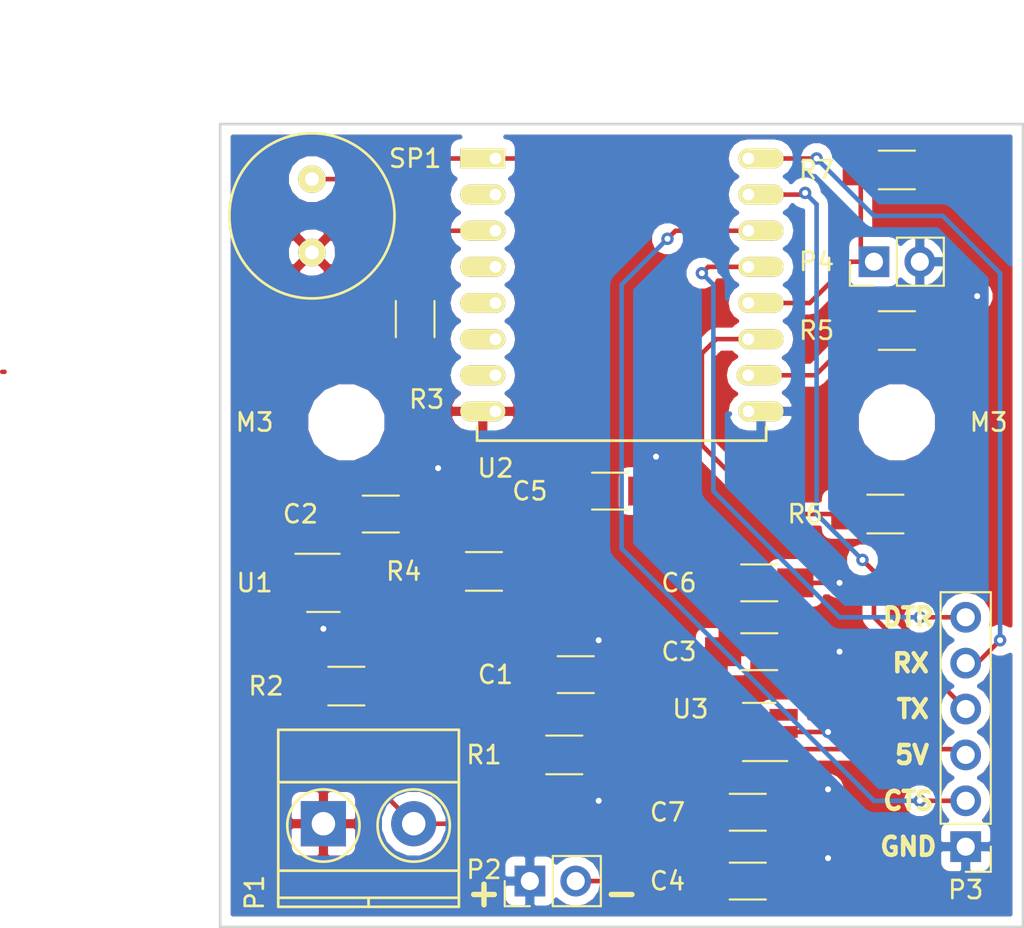
<source format=kicad_pcb>
(kicad_pcb (version 4) (host pcbnew 4.0.5)

  (general
    (links 46)
    (no_connects 0)
    (area 139.955999 76.695999 196.925001 128.345001)
    (thickness 1.6)
    (drawings 12)
    (tracks 123)
    (zones 0)
    (modules 24)
    (nets 22)
  )

  (page A4)
  (layers
    (0 F.Cu signal)
    (31 B.Cu signal)
    (32 B.Adhes user)
    (33 F.Adhes user)
    (34 B.Paste user)
    (35 F.Paste user)
    (36 B.SilkS user)
    (37 F.SilkS user)
    (38 B.Mask user)
    (39 F.Mask user)
    (40 Dwgs.User user)
    (41 Cmts.User user)
    (42 Eco1.User user)
    (43 Eco2.User user)
    (44 Edge.Cuts user)
    (45 Margin user)
    (46 B.CrtYd user)
    (47 F.CrtYd user)
    (48 B.Fab user)
    (49 F.Fab user)
  )

  (setup
    (last_trace_width 0.254)
    (user_trace_width 0.508)
    (trace_clearance 0.254)
    (zone_clearance 0.508)
    (zone_45_only yes)
    (trace_min 0.1524)
    (segment_width 0.2)
    (edge_width 0.15)
    (via_size 0.6858)
    (via_drill 0.3302)
    (via_min_size 0.6858)
    (via_min_drill 0.3302)
    (uvia_size 0.29972)
    (uvia_drill 0.1)
    (uvias_allowed no)
    (uvia_min_size 0.2)
    (uvia_min_drill 0.1)
    (pcb_text_width 0.3)
    (pcb_text_size 1.5 1.5)
    (mod_edge_width 0.15)
    (mod_text_size 1 1)
    (mod_text_width 0.15)
    (pad_size 1.524 1.524)
    (pad_drill 0.762)
    (pad_to_mask_clearance 0.2)
    (aux_axis_origin 0 0)
    (visible_elements FFFFFF7F)
    (pcbplotparams
      (layerselection 0x010f0_80000001)
      (usegerberextensions false)
      (excludeedgelayer true)
      (linewidth 0.100000)
      (plotframeref false)
      (viasonmask false)
      (mode 1)
      (useauxorigin false)
      (hpglpennumber 1)
      (hpglpenspeed 20)
      (hpglpendiameter 15)
      (hpglpenoverlay 2)
      (psnegative false)
      (psa4output false)
      (plotreference true)
      (plotvalue true)
      (plotinvisibletext false)
      (padsonsilk false)
      (subtractmaskfromsilk false)
      (outputformat 1)
      (mirror false)
      (drillshape 0)
      (scaleselection 1)
      (outputdirectory GERBERS/))
  )

  (net 0 "")
  (net 1 "Net-(C1-Pad1)")
  (net 2 GND)
  (net 3 "Net-(P1-Pad2)")
  (net 4 /5V)
  (net 5 /TX)
  (net 6 /RX)
  (net 7 +3V3)
  (net 8 "Net-(R3-Pad1)")
  (net 9 "Net-(R4-Pad1)")
  (net 10 "Net-(U2-Pad2)")
  (net 11 "Net-(U2-Pad4)")
  (net 12 "Net-(U2-Pad5)")
  (net 13 "Net-(U2-Pad6)")
  (net 14 "Net-(U2-Pad7)")
  (net 15 "Net-(U3-Pad4)")
  (net 16 /CTS)
  (net 17 /DTR)
  (net 18 "Net-(P4-Pad1)")
  (net 19 "Net-(R4-Pad2)")
  (net 20 "Net-(R5-Pad1)")
  (net 21 "Net-(R6-Pad2)")

  (net_class Default "This is the default net class."
    (clearance 0.254)
    (trace_width 0.254)
    (via_dia 0.6858)
    (via_drill 0.3302)
    (uvia_dia 0.29972)
    (uvia_drill 0.1)
    (add_net +3V3)
    (add_net /5V)
    (add_net /CTS)
    (add_net /DTR)
    (add_net /RX)
    (add_net /TX)
    (add_net GND)
    (add_net "Net-(C1-Pad1)")
    (add_net "Net-(P1-Pad2)")
    (add_net "Net-(P4-Pad1)")
    (add_net "Net-(R3-Pad1)")
    (add_net "Net-(R4-Pad1)")
    (add_net "Net-(R4-Pad2)")
    (add_net "Net-(R5-Pad1)")
    (add_net "Net-(R6-Pad2)")
    (add_net "Net-(U2-Pad2)")
    (add_net "Net-(U2-Pad4)")
    (add_net "Net-(U2-Pad5)")
    (add_net "Net-(U2-Pad6)")
    (add_net "Net-(U2-Pad7)")
    (add_net "Net-(U3-Pad4)")
  )

  (module ESP8266:ESP-12 (layer F.Cu) (tedit 5911C3E0) (tstamp 58CDF5CC)
    (at 167.64 85.725)
    (descr "Module, ESP-8266, ESP-12, 16 pad, SMD")
    (tags "Module ESP-8266 ESP8266")
    (path /58BBC183)
    (fp_text reference U2 (at 0 17.145) (layer F.SilkS)
      (effects (font (size 1 1) (thickness 0.15)))
    )
    (fp_text value ESP-12 (at 6.992 1) (layer F.Fab)
      (effects (font (size 1 1) (thickness 0.15)))
    )
    (fp_line (start -2.25 -0.5) (end -2.25 -8.75) (layer F.CrtYd) (width 0.05))
    (fp_line (start -2.25 -8.75) (end 15.25 -8.75) (layer F.CrtYd) (width 0.05))
    (fp_line (start 15.25 -8.75) (end 16.25 -8.75) (layer F.CrtYd) (width 0.05))
    (fp_line (start 16.25 -8.75) (end 16.25 16) (layer F.CrtYd) (width 0.05))
    (fp_line (start 16.25 16) (end -2.25 16) (layer F.CrtYd) (width 0.05))
    (fp_line (start -2.25 16) (end -2.25 -0.5) (layer F.CrtYd) (width 0.05))
    (fp_line (start -1.016 -8.382) (end 14.986 -8.382) (layer F.CrtYd) (width 0.1524))
    (fp_line (start 14.986 -8.382) (end 14.986 -0.889) (layer F.CrtYd) (width 0.1524))
    (fp_line (start -1.016 -8.382) (end -1.016 -1.016) (layer F.CrtYd) (width 0.1524))
    (fp_line (start -1.016 14.859) (end -1.016 15.621) (layer F.SilkS) (width 0.1524))
    (fp_line (start -1.016 15.621) (end 14.986 15.621) (layer F.SilkS) (width 0.1524))
    (fp_line (start 14.986 15.621) (end 14.986 14.859) (layer F.SilkS) (width 0.1524))
    (fp_line (start 14.992 -8.4) (end -1.008 -2.6) (layer F.CrtYd) (width 0.1524))
    (fp_line (start -1.008 -8.4) (end 14.992 -2.6) (layer F.CrtYd) (width 0.1524))
    (fp_text user "No Copper" (at 6.892 -5.4) (layer F.CrtYd)
      (effects (font (size 1 1) (thickness 0.15)))
    )
    (fp_line (start -1.008 -2.6) (end 14.992 -2.6) (layer F.CrtYd) (width 0.1524))
    (fp_line (start 15 -8.4) (end 15 15.6) (layer F.Fab) (width 0.05))
    (fp_line (start 14.992 15.6) (end -1.008 15.6) (layer F.Fab) (width 0.05))
    (fp_line (start -1.008 15.6) (end -1.008 -8.4) (layer F.Fab) (width 0.05))
    (fp_line (start -1.008 -8.4) (end 14.992 -8.4) (layer F.Fab) (width 0.05))
    (pad 1 thru_hole rect (at 0 0) (size 2.5 1.1) (drill 0.65 (offset -0.7 0)) (layers *.Cu *.Mask F.SilkS)
      (net 9 "Net-(R4-Pad1)"))
    (pad 2 thru_hole oval (at 0 2) (size 2.5 1.1) (drill 0.65 (offset -0.7 0)) (layers *.Cu *.Mask F.SilkS)
      (net 10 "Net-(U2-Pad2)"))
    (pad 3 thru_hole oval (at 0 4) (size 2.5 1.1) (drill 0.65 (offset -0.7 0)) (layers *.Cu *.Mask F.SilkS)
      (net 8 "Net-(R3-Pad1)"))
    (pad 4 thru_hole oval (at 0 6) (size 2.5 1.1) (drill 0.65 (offset -0.7 0)) (layers *.Cu *.Mask F.SilkS)
      (net 11 "Net-(U2-Pad4)"))
    (pad 5 thru_hole oval (at 0 8) (size 2.5 1.1) (drill 0.65 (offset -0.7 0)) (layers *.Cu *.Mask F.SilkS)
      (net 12 "Net-(U2-Pad5)"))
    (pad 6 thru_hole oval (at 0 10) (size 2.5 1.1) (drill 0.65 (offset -0.7 0)) (layers *.Cu *.Mask F.SilkS)
      (net 13 "Net-(U2-Pad6)"))
    (pad 7 thru_hole oval (at 0 12) (size 2.5 1.1) (drill 0.65 (offset -0.7 0)) (layers *.Cu *.Mask F.SilkS)
      (net 14 "Net-(U2-Pad7)"))
    (pad 8 thru_hole oval (at 0 14) (size 2.5 1.1) (drill 0.65 (offset -0.7 0)) (layers *.Cu *.Mask F.SilkS)
      (net 7 +3V3))
    (pad 9 thru_hole oval (at 14 14) (size 2.5 1.1) (drill 0.65 (offset 0.7 0)) (layers *.Cu *.Mask F.SilkS)
      (net 2 GND))
    (pad 10 thru_hole oval (at 14 12) (size 2.5 1.1) (drill 0.65 (offset 0.6 0)) (layers *.Cu *.Mask F.SilkS)
      (net 20 "Net-(R5-Pad1)"))
    (pad 11 thru_hole oval (at 14 10) (size 2.5 1.1) (drill 0.65 (offset 0.7 0)) (layers *.Cu *.Mask F.SilkS)
      (net 21 "Net-(R6-Pad2)"))
    (pad 12 thru_hole oval (at 14 8) (size 2.5 1.1) (drill 0.65 (offset 0.7 0)) (layers *.Cu *.Mask F.SilkS)
      (net 18 "Net-(P4-Pad1)"))
    (pad 13 thru_hole oval (at 14 6) (size 2.5 1.1) (drill 0.65 (offset 0.7 0)) (layers *.Cu *.Mask F.SilkS)
      (net 17 /DTR))
    (pad 14 thru_hole oval (at 14 4) (size 2.5 1.1) (drill 0.65 (offset 0.7 0)) (layers *.Cu *.Mask F.SilkS)
      (net 16 /CTS))
    (pad 15 thru_hole oval (at 14 2) (size 2.5 1.1) (drill 0.65 (offset 0.7 0)) (layers *.Cu *.Mask F.SilkS)
      (net 5 /TX))
    (pad 16 thru_hole oval (at 14 0) (size 2.5 1.1) (drill 0.65 (offset 0.7 0)) (layers *.Cu *.Mask F.SilkS)
      (net 6 /RX))
    (model ${ESPLIB}/ESP8266.3dshapes/ESP-12.wrl
      (at (xyz 0 0 0))
      (scale (xyz 0.3937 0.3937 0.3937))
      (rotate (xyz 0 0 0))
    )
  )

  (module Belle:prosignal_buzzer (layer F.Cu) (tedit 5911B1B5) (tstamp 58CE282F)
    (at 157.48 88.9 270)
    (path /58BBCE20)
    (fp_text reference SP1 (at -3.175 -5.715 360) (layer F.SilkS)
      (effects (font (size 1 1) (thickness 0.15)))
    )
    (fp_text value BUZZER (at 5.715 0 360) (layer F.Fab)
      (effects (font (size 1 1) (thickness 0.15)))
    )
    (fp_circle (center 0 0) (end 0 4.572) (layer F.SilkS) (width 0.15))
    (pad 1 thru_hole circle (at -2.032 0 270) (size 1.524 1.524) (drill 0.762) (layers *.Cu *.Mask F.SilkS)
      (net 9 "Net-(R4-Pad1)"))
    (pad 2 thru_hole circle (at 2.032 0 270) (size 1.524 1.524) (drill 0.762) (layers *.Cu *.Mask F.SilkS)
      (net 7 +3V3))
  )

  (module Capacitors_SMD:C_1206_HandSoldering (layer F.Cu) (tedit 5911C4FA) (tstamp 58CDF4C8)
    (at 172.085 114.3)
    (descr "Capacitor SMD 1206, hand soldering")
    (tags "capacitor 1206")
    (path /58BBD184)
    (attr smd)
    (fp_text reference C1 (at -4.445 0) (layer F.SilkS)
      (effects (font (size 1 1) (thickness 0.15)))
    )
    (fp_text value 1u (at 4.445 0) (layer F.Fab)
      (effects (font (size 1 1) (thickness 0.15)))
    )
    (fp_text user %R (at 0 -1.75) (layer F.Fab) hide
      (effects (font (size 1 1) (thickness 0.15)))
    )
    (fp_line (start -1.6 0.8) (end -1.6 -0.8) (layer F.Fab) (width 0.1))
    (fp_line (start 1.6 0.8) (end -1.6 0.8) (layer F.Fab) (width 0.1))
    (fp_line (start 1.6 -0.8) (end 1.6 0.8) (layer F.Fab) (width 0.1))
    (fp_line (start -1.6 -0.8) (end 1.6 -0.8) (layer F.Fab) (width 0.1))
    (fp_line (start 1 -1.02) (end -1 -1.02) (layer F.SilkS) (width 0.12))
    (fp_line (start -1 1.02) (end 1 1.02) (layer F.SilkS) (width 0.12))
    (fp_line (start -3.25 -1.05) (end 3.25 -1.05) (layer F.CrtYd) (width 0.05))
    (fp_line (start -3.25 -1.05) (end -3.25 1.05) (layer F.CrtYd) (width 0.05))
    (fp_line (start 3.25 1.05) (end 3.25 -1.05) (layer F.CrtYd) (width 0.05))
    (fp_line (start 3.25 1.05) (end -3.25 1.05) (layer F.CrtYd) (width 0.05))
    (pad 1 smd rect (at -2 0) (size 2 1.6) (layers F.Cu F.Paste F.Mask)
      (net 1 "Net-(C1-Pad1)"))
    (pad 2 smd rect (at 2 0) (size 2 1.6) (layers F.Cu F.Paste F.Mask)
      (net 2 GND))
    (model Capacitors_SMD.3dshapes/C_1206.wrl
      (at (xyz 0 0 0))
      (scale (xyz 1 1 1))
      (rotate (xyz 0 0 0))
    )
  )

  (module Capacitors_SMD:C_1206_HandSoldering (layer F.Cu) (tedit 5911B99E) (tstamp 58CDF4D9)
    (at 161.29 105.41 180)
    (descr "Capacitor SMD 1206, hand soldering")
    (tags "capacitor 1206")
    (path /58BBCD3B)
    (attr smd)
    (fp_text reference C2 (at 4.445 0 180) (layer F.SilkS)
      (effects (font (size 1 1) (thickness 0.15)))
    )
    (fp_text value DNP (at -5.08 0 180) (layer F.Fab)
      (effects (font (size 1 1) (thickness 0.15)))
    )
    (fp_text user %R (at 0 -1.75 180) (layer F.Fab) hide
      (effects (font (size 1 1) (thickness 0.15)))
    )
    (fp_line (start -1.6 0.8) (end -1.6 -0.8) (layer F.Fab) (width 0.1))
    (fp_line (start 1.6 0.8) (end -1.6 0.8) (layer F.Fab) (width 0.1))
    (fp_line (start 1.6 -0.8) (end 1.6 0.8) (layer F.Fab) (width 0.1))
    (fp_line (start -1.6 -0.8) (end 1.6 -0.8) (layer F.Fab) (width 0.1))
    (fp_line (start 1 -1.02) (end -1 -1.02) (layer F.SilkS) (width 0.12))
    (fp_line (start -1 1.02) (end 1 1.02) (layer F.SilkS) (width 0.12))
    (fp_line (start -3.25 -1.05) (end 3.25 -1.05) (layer F.CrtYd) (width 0.05))
    (fp_line (start -3.25 -1.05) (end -3.25 1.05) (layer F.CrtYd) (width 0.05))
    (fp_line (start 3.25 1.05) (end 3.25 -1.05) (layer F.CrtYd) (width 0.05))
    (fp_line (start 3.25 1.05) (end -3.25 1.05) (layer F.CrtYd) (width 0.05))
    (pad 1 smd rect (at -2 0 180) (size 2 1.6) (layers F.Cu F.Paste F.Mask)
      (net 2 GND))
    (pad 2 smd rect (at 2 0 180) (size 2 1.6) (layers F.Cu F.Paste F.Mask)
      (net 7 +3V3))
    (model Capacitors_SMD.3dshapes/C_1206.wrl
      (at (xyz 0 0 0))
      (scale (xyz 1 1 1))
      (rotate (xyz 0 0 0))
    )
  )

  (module Terminal_Blocks:TerminalBlock_Pheonix_MKDS1.5-2pol (layer F.Cu) (tedit 5911B298) (tstamp 58CDF4ED)
    (at 158.115 122.555)
    (descr "2-way 5mm pitch terminal block, Phoenix MKDS series")
    (path /58BBD41F)
    (fp_text reference P1 (at -3.81 3.81 90) (layer F.SilkS)
      (effects (font (size 1 1) (thickness 0.15)))
    )
    (fp_text value "Bell CONN" (at -3.81 -1.27 90) (layer F.Fab)
      (effects (font (size 1 1) (thickness 0.15)))
    )
    (fp_line (start -2.7 -5.4) (end 7.7 -5.4) (layer F.CrtYd) (width 0.05))
    (fp_line (start -2.7 4.8) (end -2.7 -5.4) (layer F.CrtYd) (width 0.05))
    (fp_line (start 7.7 4.8) (end -2.7 4.8) (layer F.CrtYd) (width 0.05))
    (fp_line (start 7.7 -5.4) (end 7.7 4.8) (layer F.CrtYd) (width 0.05))
    (fp_line (start 2.5 4.1) (end 2.5 4.6) (layer F.SilkS) (width 0.15))
    (fp_circle (center 5 0.1) (end 3 0.1) (layer F.SilkS) (width 0.15))
    (fp_circle (center 0 0.1) (end 2 0.1) (layer F.SilkS) (width 0.15))
    (fp_line (start -2.5 2.6) (end 7.5 2.6) (layer F.SilkS) (width 0.15))
    (fp_line (start -2.5 -2.3) (end 7.5 -2.3) (layer F.SilkS) (width 0.15))
    (fp_line (start -2.5 4.1) (end 7.5 4.1) (layer F.SilkS) (width 0.15))
    (fp_line (start -2.5 4.6) (end 7.5 4.6) (layer F.SilkS) (width 0.15))
    (fp_line (start 7.5 4.6) (end 7.5 -5.2) (layer F.SilkS) (width 0.15))
    (fp_line (start 7.5 -5.2) (end -2.5 -5.2) (layer F.SilkS) (width 0.15))
    (fp_line (start -2.5 -5.2) (end -2.5 4.6) (layer F.SilkS) (width 0.15))
    (pad 1 thru_hole rect (at 0 0) (size 2.5 2.5) (drill 1.3) (layers *.Cu *.Mask)
      (net 7 +3V3))
    (pad 2 thru_hole circle (at 5 0) (size 2.5 2.5) (drill 1.3) (layers *.Cu *.Mask)
      (net 3 "Net-(P1-Pad2)"))
    (model Terminal_Blocks.3dshapes/TerminalBlock_Pheonix_MKDS1.5-2pol.wrl
      (at (xyz 0.0984 0 0))
      (scale (xyz 1 1 1))
      (rotate (xyz 0 0 0))
    )
  )

  (module Pin_Headers:Pin_Header_Straight_1x02_Pitch2.54mm (layer F.Cu) (tedit 5911C98F) (tstamp 58CDF501)
    (at 169.545 125.73 90)
    (descr "Through hole straight pin header, 1x02, 2.54mm pitch, single row")
    (tags "Through hole pin header THT 1x02 2.54mm single row")
    (path /58BBDA98)
    (fp_text reference P2 (at 0.635 -2.54 180) (layer F.SilkS)
      (effects (font (size 1 1) (thickness 0.15)))
    )
    (fp_text value "Battery CONN" (at 2.54 1.27 180) (layer F.Fab)
      (effects (font (size 1 1) (thickness 0.15)))
    )
    (fp_line (start -1.27 -1.27) (end -1.27 3.81) (layer F.Fab) (width 0.1))
    (fp_line (start -1.27 3.81) (end 1.27 3.81) (layer F.Fab) (width 0.1))
    (fp_line (start 1.27 3.81) (end 1.27 -1.27) (layer F.Fab) (width 0.1))
    (fp_line (start 1.27 -1.27) (end -1.27 -1.27) (layer F.Fab) (width 0.1))
    (fp_line (start -1.39 1.27) (end -1.39 3.93) (layer F.SilkS) (width 0.12))
    (fp_line (start -1.39 3.93) (end 1.39 3.93) (layer F.SilkS) (width 0.12))
    (fp_line (start 1.39 3.93) (end 1.39 1.27) (layer F.SilkS) (width 0.12))
    (fp_line (start 1.39 1.27) (end -1.39 1.27) (layer F.SilkS) (width 0.12))
    (fp_line (start -1.39 0) (end -1.39 -1.39) (layer F.SilkS) (width 0.12))
    (fp_line (start -1.39 -1.39) (end 0 -1.39) (layer F.SilkS) (width 0.12))
    (fp_line (start -1.6 -1.6) (end -1.6 4.1) (layer F.CrtYd) (width 0.05))
    (fp_line (start -1.6 4.1) (end 1.6 4.1) (layer F.CrtYd) (width 0.05))
    (fp_line (start 1.6 4.1) (end 1.6 -1.6) (layer F.CrtYd) (width 0.05))
    (fp_line (start 1.6 -1.6) (end -1.6 -1.6) (layer F.CrtYd) (width 0.05))
    (pad 1 thru_hole rect (at 0 0 90) (size 1.7 1.7) (drill 1) (layers *.Cu *.Mask)
      (net 2 GND))
    (pad 2 thru_hole oval (at 0 2.54 90) (size 1.7 1.7) (drill 1) (layers *.Cu *.Mask)
      (net 4 /5V))
    (model Pin_Headers.3dshapes/Pin_Header_Straight_1x02_Pitch2.54mm.wrl
      (at (xyz 0 -0.05 0))
      (scale (xyz 1 1 1))
      (rotate (xyz 0 0 90))
    )
  )

  (module Pin_Headers:Pin_Header_Straight_1x06_Pitch2.54mm (layer F.Cu) (tedit 58CE5776) (tstamp 58CDF519)
    (at 193.675 123.825 180)
    (descr "Through hole straight pin header, 1x06, 2.54mm pitch, single row")
    (tags "Through hole pin header THT 1x06 2.54mm single row")
    (path /58BBDEAA)
    (fp_text reference P3 (at 0 -2.39 180) (layer F.SilkS)
      (effects (font (size 1 1) (thickness 0.15)))
    )
    (fp_text value "FTDI Flashing CONN" (at 1.651 6.731 270) (layer F.Fab) hide
      (effects (font (size 1 1) (thickness 0.15)))
    )
    (fp_line (start -1.27 -1.27) (end -1.27 13.97) (layer F.Fab) (width 0.1))
    (fp_line (start -1.27 13.97) (end 1.27 13.97) (layer F.Fab) (width 0.1))
    (fp_line (start 1.27 13.97) (end 1.27 -1.27) (layer F.Fab) (width 0.1))
    (fp_line (start 1.27 -1.27) (end -1.27 -1.27) (layer F.Fab) (width 0.1))
    (fp_line (start -1.39 1.27) (end -1.39 14.09) (layer F.SilkS) (width 0.12))
    (fp_line (start -1.39 14.09) (end 1.39 14.09) (layer F.SilkS) (width 0.12))
    (fp_line (start 1.39 14.09) (end 1.39 1.27) (layer F.SilkS) (width 0.12))
    (fp_line (start 1.39 1.27) (end -1.39 1.27) (layer F.SilkS) (width 0.12))
    (fp_line (start -1.39 0) (end -1.39 -1.39) (layer F.SilkS) (width 0.12))
    (fp_line (start -1.39 -1.39) (end 0 -1.39) (layer F.SilkS) (width 0.12))
    (fp_line (start -1.6 -1.6) (end -1.6 14.3) (layer F.CrtYd) (width 0.05))
    (fp_line (start -1.6 14.3) (end 1.6 14.3) (layer F.CrtYd) (width 0.05))
    (fp_line (start 1.6 14.3) (end 1.6 -1.6) (layer F.CrtYd) (width 0.05))
    (fp_line (start 1.6 -1.6) (end -1.6 -1.6) (layer F.CrtYd) (width 0.05))
    (pad 1 thru_hole rect (at 0 0 180) (size 1.7 1.7) (drill 1) (layers *.Cu *.Mask)
      (net 2 GND))
    (pad 2 thru_hole oval (at 0 2.54 180) (size 1.7 1.7) (drill 1) (layers *.Cu *.Mask)
      (net 16 /CTS))
    (pad 3 thru_hole oval (at 0 5.08 180) (size 1.7 1.7) (drill 1) (layers *.Cu *.Mask)
      (net 4 /5V))
    (pad 4 thru_hole oval (at 0 7.62 180) (size 1.7 1.7) (drill 1) (layers *.Cu *.Mask)
      (net 5 /TX))
    (pad 5 thru_hole oval (at 0 10.16 180) (size 1.7 1.7) (drill 1) (layers *.Cu *.Mask)
      (net 6 /RX))
    (pad 6 thru_hole oval (at 0 12.7 180) (size 1.7 1.7) (drill 1) (layers *.Cu *.Mask)
      (net 17 /DTR))
    (model Pin_Headers.3dshapes/Pin_Header_Straight_1x06_Pitch2.54mm.wrl
      (at (xyz 0 -0.25 0))
      (scale (xyz 1 1 1))
      (rotate (xyz 0 0 90))
    )
  )

  (module Resistors_SMD:R_1206_HandSoldering (layer F.Cu) (tedit 5911BA36) (tstamp 58CDF52A)
    (at 171.45 118.745 180)
    (descr "Resistor SMD 1206, hand soldering")
    (tags "resistor 1206")
    (path /58BBD236)
    (attr smd)
    (fp_text reference R1 (at 4.445 0 180) (layer F.SilkS)
      (effects (font (size 1 1) (thickness 0.15)))
    )
    (fp_text value 22k (at -5.08 0 180) (layer F.Fab)
      (effects (font (size 1 1) (thickness 0.15)))
    )
    (fp_text user %R (at 0 -1.85 180) (layer F.Fab) hide
      (effects (font (size 1 1) (thickness 0.15)))
    )
    (fp_line (start -1.6 0.8) (end -1.6 -0.8) (layer F.Fab) (width 0.1))
    (fp_line (start 1.6 0.8) (end -1.6 0.8) (layer F.Fab) (width 0.1))
    (fp_line (start 1.6 -0.8) (end 1.6 0.8) (layer F.Fab) (width 0.1))
    (fp_line (start -1.6 -0.8) (end 1.6 -0.8) (layer F.Fab) (width 0.1))
    (fp_line (start 1 1.07) (end -1 1.07) (layer F.SilkS) (width 0.12))
    (fp_line (start -1 -1.07) (end 1 -1.07) (layer F.SilkS) (width 0.12))
    (fp_line (start -3.25 -1.11) (end 3.25 -1.11) (layer F.CrtYd) (width 0.05))
    (fp_line (start -3.25 -1.11) (end -3.25 1.1) (layer F.CrtYd) (width 0.05))
    (fp_line (start 3.25 1.1) (end 3.25 -1.11) (layer F.CrtYd) (width 0.05))
    (fp_line (start 3.25 1.1) (end -3.25 1.1) (layer F.CrtYd) (width 0.05))
    (pad 1 smd rect (at -2 0 180) (size 2 1.7) (layers F.Cu F.Paste F.Mask)
      (net 2 GND))
    (pad 2 smd rect (at 2 0 180) (size 2 1.7) (layers F.Cu F.Paste F.Mask)
      (net 3 "Net-(P1-Pad2)"))
    (model Resistors_SMD.3dshapes/R_1206.wrl
      (at (xyz 0 0 0))
      (scale (xyz 1 1 1))
      (rotate (xyz 0 0 0))
    )
  )

  (module Resistors_SMD:R_1206_HandSoldering (layer F.Cu) (tedit 5911C958) (tstamp 58CDF53B)
    (at 159.385 114.935)
    (descr "Resistor SMD 1206, hand soldering")
    (tags "resistor 1206")
    (path /58BBD1C1)
    (attr smd)
    (fp_text reference R2 (at -4.445 0) (layer F.SilkS)
      (effects (font (size 1 1) (thickness 0.15)))
    )
    (fp_text value 47k (at 5.08 0) (layer F.Fab)
      (effects (font (size 1 1) (thickness 0.15)))
    )
    (fp_text user %R (at 0 -1.85) (layer F.Fab) hide
      (effects (font (size 1 1) (thickness 0.15)))
    )
    (fp_line (start -1.6 0.8) (end -1.6 -0.8) (layer F.Fab) (width 0.1))
    (fp_line (start 1.6 0.8) (end -1.6 0.8) (layer F.Fab) (width 0.1))
    (fp_line (start 1.6 -0.8) (end 1.6 0.8) (layer F.Fab) (width 0.1))
    (fp_line (start -1.6 -0.8) (end 1.6 -0.8) (layer F.Fab) (width 0.1))
    (fp_line (start 1 1.07) (end -1 1.07) (layer F.SilkS) (width 0.12))
    (fp_line (start -1 -1.07) (end 1 -1.07) (layer F.SilkS) (width 0.12))
    (fp_line (start -3.25 -1.11) (end 3.25 -1.11) (layer F.CrtYd) (width 0.05))
    (fp_line (start -3.25 -1.11) (end -3.25 1.1) (layer F.CrtYd) (width 0.05))
    (fp_line (start 3.25 1.1) (end 3.25 -1.11) (layer F.CrtYd) (width 0.05))
    (fp_line (start 3.25 1.1) (end -3.25 1.1) (layer F.CrtYd) (width 0.05))
    (pad 1 smd rect (at -2 0) (size 2 1.7) (layers F.Cu F.Paste F.Mask)
      (net 1 "Net-(C1-Pad1)"))
    (pad 2 smd rect (at 2 0) (size 2 1.7) (layers F.Cu F.Paste F.Mask)
      (net 3 "Net-(P1-Pad2)"))
    (model Resistors_SMD.3dshapes/R_1206.wrl
      (at (xyz 0 0 0))
      (scale (xyz 1 1 1))
      (rotate (xyz 0 0 0))
    )
  )

  (module Resistors_SMD:R_1206_HandSoldering (layer F.Cu) (tedit 5911C417) (tstamp 58CDF54C)
    (at 163.195 94.615 270)
    (descr "Resistor SMD 1206, hand soldering")
    (tags "resistor 1206")
    (path /58BBD531)
    (attr smd)
    (fp_text reference R3 (at 4.445 -0.635 360) (layer F.SilkS)
      (effects (font (size 1 1) (thickness 0.15)))
    )
    (fp_text value 10K (at 1.27 2.54 360) (layer F.Fab)
      (effects (font (size 1 1) (thickness 0.15)))
    )
    (fp_text user %R (at 0 -1.85 270) (layer F.Fab) hide
      (effects (font (size 1 1) (thickness 0.15)))
    )
    (fp_line (start -1.6 0.8) (end -1.6 -0.8) (layer F.Fab) (width 0.1))
    (fp_line (start 1.6 0.8) (end -1.6 0.8) (layer F.Fab) (width 0.1))
    (fp_line (start 1.6 -0.8) (end 1.6 0.8) (layer F.Fab) (width 0.1))
    (fp_line (start -1.6 -0.8) (end 1.6 -0.8) (layer F.Fab) (width 0.1))
    (fp_line (start 1 1.07) (end -1 1.07) (layer F.SilkS) (width 0.12))
    (fp_line (start -1 -1.07) (end 1 -1.07) (layer F.SilkS) (width 0.12))
    (fp_line (start -3.25 -1.11) (end 3.25 -1.11) (layer F.CrtYd) (width 0.05))
    (fp_line (start -3.25 -1.11) (end -3.25 1.1) (layer F.CrtYd) (width 0.05))
    (fp_line (start 3.25 1.1) (end 3.25 -1.11) (layer F.CrtYd) (width 0.05))
    (fp_line (start 3.25 1.1) (end -3.25 1.1) (layer F.CrtYd) (width 0.05))
    (pad 1 smd rect (at -2 0 270) (size 2 1.7) (layers F.Cu F.Paste F.Mask)
      (net 8 "Net-(R3-Pad1)"))
    (pad 2 smd rect (at 2 0 270) (size 2 1.7) (layers F.Cu F.Paste F.Mask)
      (net 7 +3V3))
    (model Resistors_SMD.3dshapes/R_1206.wrl
      (at (xyz 0 0 0))
      (scale (xyz 1 1 1))
      (rotate (xyz 0 0 0))
    )
  )

  (module Resistors_SMD:R_1206_HandSoldering (layer F.Cu) (tedit 5911BB48) (tstamp 58CDF55D)
    (at 167.005 108.585 180)
    (descr "Resistor SMD 1206, hand soldering")
    (tags "resistor 1206")
    (path /58FE989D)
    (attr smd)
    (fp_text reference R4 (at 4.445 0 180) (layer F.SilkS)
      (effects (font (size 1 1) (thickness 0.15)))
    )
    (fp_text value 10K (at -5.08 0 180) (layer F.Fab)
      (effects (font (size 1 1) (thickness 0.15)))
    )
    (fp_text user %R (at 0 -1.85 180) (layer F.Fab) hide
      (effects (font (size 1 1) (thickness 0.15)))
    )
    (fp_line (start -1.6 0.8) (end -1.6 -0.8) (layer F.Fab) (width 0.1))
    (fp_line (start 1.6 0.8) (end -1.6 0.8) (layer F.Fab) (width 0.1))
    (fp_line (start 1.6 -0.8) (end 1.6 0.8) (layer F.Fab) (width 0.1))
    (fp_line (start -1.6 -0.8) (end 1.6 -0.8) (layer F.Fab) (width 0.1))
    (fp_line (start 1 1.07) (end -1 1.07) (layer F.SilkS) (width 0.12))
    (fp_line (start -1 -1.07) (end 1 -1.07) (layer F.SilkS) (width 0.12))
    (fp_line (start -3.25 -1.11) (end 3.25 -1.11) (layer F.CrtYd) (width 0.05))
    (fp_line (start -3.25 -1.11) (end -3.25 1.1) (layer F.CrtYd) (width 0.05))
    (fp_line (start 3.25 1.1) (end 3.25 -1.11) (layer F.CrtYd) (width 0.05))
    (fp_line (start 3.25 1.1) (end -3.25 1.1) (layer F.CrtYd) (width 0.05))
    (pad 1 smd rect (at -2 0 180) (size 2 1.7) (layers F.Cu F.Paste F.Mask)
      (net 9 "Net-(R4-Pad1)"))
    (pad 2 smd rect (at 2 0 180) (size 2 1.7) (layers F.Cu F.Paste F.Mask)
      (net 19 "Net-(R4-Pad2)"))
    (model Resistors_SMD.3dshapes/R_1206.wrl
      (at (xyz 0 0 0))
      (scale (xyz 1 1 1))
      (rotate (xyz 0 0 0))
    )
  )

  (module Resistors_SMD:R_1206_HandSoldering (layer F.Cu) (tedit 5911C4C1) (tstamp 58CDF56E)
    (at 189.865 95.25)
    (descr "Resistor SMD 1206, hand soldering")
    (tags "resistor 1206")
    (path /58BBD6F3)
    (attr smd)
    (fp_text reference R5 (at -4.445 0) (layer F.SilkS)
      (effects (font (size 1 1) (thickness 0.15)))
    )
    (fp_text value 10K (at 5.08 0) (layer F.Fab)
      (effects (font (size 1 1) (thickness 0.15)))
    )
    (fp_text user %R (at 0 -1.85) (layer F.Fab) hide
      (effects (font (size 1 1) (thickness 0.15)))
    )
    (fp_line (start -1.6 0.8) (end -1.6 -0.8) (layer F.Fab) (width 0.1))
    (fp_line (start 1.6 0.8) (end -1.6 0.8) (layer F.Fab) (width 0.1))
    (fp_line (start 1.6 -0.8) (end 1.6 0.8) (layer F.Fab) (width 0.1))
    (fp_line (start -1.6 -0.8) (end 1.6 -0.8) (layer F.Fab) (width 0.1))
    (fp_line (start 1 1.07) (end -1 1.07) (layer F.SilkS) (width 0.12))
    (fp_line (start -1 -1.07) (end 1 -1.07) (layer F.SilkS) (width 0.12))
    (fp_line (start -3.25 -1.11) (end 3.25 -1.11) (layer F.CrtYd) (width 0.05))
    (fp_line (start -3.25 -1.11) (end -3.25 1.1) (layer F.CrtYd) (width 0.05))
    (fp_line (start 3.25 1.1) (end 3.25 -1.11) (layer F.CrtYd) (width 0.05))
    (fp_line (start 3.25 1.1) (end -3.25 1.1) (layer F.CrtYd) (width 0.05))
    (pad 1 smd rect (at -2 0) (size 2 1.7) (layers F.Cu F.Paste F.Mask)
      (net 20 "Net-(R5-Pad1)"))
    (pad 2 smd rect (at 2 0) (size 2 1.7) (layers F.Cu F.Paste F.Mask)
      (net 2 GND))
    (model Resistors_SMD.3dshapes/R_1206.wrl
      (at (xyz 0 0 0))
      (scale (xyz 1 1 1))
      (rotate (xyz 0 0 0))
    )
  )

  (module Resistors_SMD:R_1206_HandSoldering (layer F.Cu) (tedit 5911C4D5) (tstamp 58CDF57F)
    (at 189.23 105.41 180)
    (descr "Resistor SMD 1206, hand soldering")
    (tags "resistor 1206")
    (path /58BBEC6E)
    (attr smd)
    (fp_text reference R6 (at 4.445 0 180) (layer F.SilkS)
      (effects (font (size 1 1) (thickness 0.15)))
    )
    (fp_text value 10K (at -5.08 0 180) (layer F.Fab)
      (effects (font (size 1 1) (thickness 0.15)))
    )
    (fp_text user %R (at 0 -1.85 180) (layer F.Fab) hide
      (effects (font (size 1 1) (thickness 0.15)))
    )
    (fp_line (start -1.6 0.8) (end -1.6 -0.8) (layer F.Fab) (width 0.1))
    (fp_line (start 1.6 0.8) (end -1.6 0.8) (layer F.Fab) (width 0.1))
    (fp_line (start 1.6 -0.8) (end 1.6 0.8) (layer F.Fab) (width 0.1))
    (fp_line (start -1.6 -0.8) (end 1.6 -0.8) (layer F.Fab) (width 0.1))
    (fp_line (start 1 1.07) (end -1 1.07) (layer F.SilkS) (width 0.12))
    (fp_line (start -1 -1.07) (end 1 -1.07) (layer F.SilkS) (width 0.12))
    (fp_line (start -3.25 -1.11) (end 3.25 -1.11) (layer F.CrtYd) (width 0.05))
    (fp_line (start -3.25 -1.11) (end -3.25 1.1) (layer F.CrtYd) (width 0.05))
    (fp_line (start 3.25 1.1) (end 3.25 -1.11) (layer F.CrtYd) (width 0.05))
    (fp_line (start 3.25 1.1) (end -3.25 1.1) (layer F.CrtYd) (width 0.05))
    (pad 1 smd rect (at -2 0 180) (size 2 1.7) (layers F.Cu F.Paste F.Mask)
      (net 7 +3V3))
    (pad 2 smd rect (at 2 0 180) (size 2 1.7) (layers F.Cu F.Paste F.Mask)
      (net 21 "Net-(R6-Pad2)"))
    (model Resistors_SMD.3dshapes/R_1206.wrl
      (at (xyz 0 0 0))
      (scale (xyz 1 1 1))
      (rotate (xyz 0 0 0))
    )
  )

  (module Resistors_SMD:R_1206_HandSoldering (layer F.Cu) (tedit 5911C4C7) (tstamp 58CDF590)
    (at 189.865 86.36 180)
    (descr "Resistor SMD 1206, hand soldering")
    (tags "resistor 1206")
    (path /58BBD5DC)
    (attr smd)
    (fp_text reference R7 (at 4.445 0 180) (layer F.SilkS)
      (effects (font (size 1 1) (thickness 0.15)))
    )
    (fp_text value 10K (at -5.08 0 180) (layer F.Fab)
      (effects (font (size 1 1) (thickness 0.15)))
    )
    (fp_text user %R (at 0 -1.85 180) (layer F.Fab) hide
      (effects (font (size 1 1) (thickness 0.15)))
    )
    (fp_line (start -1.6 0.8) (end -1.6 -0.8) (layer F.Fab) (width 0.1))
    (fp_line (start 1.6 0.8) (end -1.6 0.8) (layer F.Fab) (width 0.1))
    (fp_line (start 1.6 -0.8) (end 1.6 0.8) (layer F.Fab) (width 0.1))
    (fp_line (start -1.6 -0.8) (end 1.6 -0.8) (layer F.Fab) (width 0.1))
    (fp_line (start 1 1.07) (end -1 1.07) (layer F.SilkS) (width 0.12))
    (fp_line (start -1 -1.07) (end 1 -1.07) (layer F.SilkS) (width 0.12))
    (fp_line (start -3.25 -1.11) (end 3.25 -1.11) (layer F.CrtYd) (width 0.05))
    (fp_line (start -3.25 -1.11) (end -3.25 1.1) (layer F.CrtYd) (width 0.05))
    (fp_line (start 3.25 1.1) (end 3.25 -1.11) (layer F.CrtYd) (width 0.05))
    (fp_line (start 3.25 1.1) (end -3.25 1.1) (layer F.CrtYd) (width 0.05))
    (pad 1 smd rect (at -2 0 180) (size 2 1.7) (layers F.Cu F.Paste F.Mask)
      (net 7 +3V3))
    (pad 2 smd rect (at 2 0 180) (size 2 1.7) (layers F.Cu F.Paste F.Mask)
      (net 18 "Net-(P4-Pad1)"))
    (model Resistors_SMD.3dshapes/R_1206.wrl
      (at (xyz 0 0 0))
      (scale (xyz 1 1 1))
      (rotate (xyz 0 0 0))
    )
  )

  (module TO_SOT_Packages_SMD:SOT-23-5_HandSoldering (layer F.Cu) (tedit 5911C459) (tstamp 58CDF5A4)
    (at 158.115 109.22)
    (descr "5-pin SOT23 package")
    (tags "SOT-23-5 hand-soldering")
    (path /58BBCFA1)
    (attr smd)
    (fp_text reference U1 (at -3.81 0) (layer F.SilkS)
      (effects (font (size 1 1) (thickness 0.15)))
    )
    (fp_text value 74AHC1G14 (at 0 2.54 180) (layer F.Fab)
      (effects (font (size 1 1) (thickness 0.15)))
    )
    (fp_line (start -0.9 1.61) (end 0.9 1.61) (layer F.SilkS) (width 0.12))
    (fp_line (start 0.9 -1.61) (end -1.55 -1.61) (layer F.SilkS) (width 0.12))
    (fp_line (start -0.9 -0.9) (end -0.25 -1.55) (layer F.Fab) (width 0.1))
    (fp_line (start 0.9 -1.55) (end -0.25 -1.55) (layer F.Fab) (width 0.1))
    (fp_line (start -0.9 -0.9) (end -0.9 1.55) (layer F.Fab) (width 0.1))
    (fp_line (start 0.9 1.55) (end -0.9 1.55) (layer F.Fab) (width 0.1))
    (fp_line (start 0.9 -1.55) (end 0.9 1.55) (layer F.Fab) (width 0.1))
    (fp_line (start -2.38 -1.8) (end 2.38 -1.8) (layer F.CrtYd) (width 0.05))
    (fp_line (start -2.38 -1.8) (end -2.38 1.8) (layer F.CrtYd) (width 0.05))
    (fp_line (start 2.38 1.8) (end 2.38 -1.8) (layer F.CrtYd) (width 0.05))
    (fp_line (start 2.38 1.8) (end -2.38 1.8) (layer F.CrtYd) (width 0.05))
    (pad 1 smd rect (at -1.35 -0.95) (size 1.56 0.65) (layers F.Cu F.Paste F.Mask))
    (pad 2 smd rect (at -1.35 0) (size 1.56 0.65) (layers F.Cu F.Paste F.Mask)
      (net 1 "Net-(C1-Pad1)"))
    (pad 3 smd rect (at -1.35 0.95) (size 1.56 0.65) (layers F.Cu F.Paste F.Mask)
      (net 2 GND))
    (pad 4 smd rect (at 1.35 0.95) (size 1.56 0.65) (layers F.Cu F.Paste F.Mask)
      (net 19 "Net-(R4-Pad2)"))
    (pad 5 smd rect (at 1.35 -0.95) (size 1.56 0.65) (layers F.Cu F.Paste F.Mask)
      (net 7 +3V3))
    (model TO_SOT_Packages_SMD.3dshapes\SOT-23-5.wrl
      (at (xyz 0 0 0))
      (scale (xyz 1 1 1))
      (rotate (xyz 0 0 0))
    )
  )

  (module TO_SOT_Packages_SMD:SOT-23-5_HandSoldering (layer F.Cu) (tedit 5911BE31) (tstamp 58CDF5E0)
    (at 182.245 117.475 180)
    (descr "5-pin SOT23 package")
    (tags "SOT-23-5 hand-soldering")
    (path /58BBD7D2)
    (attr smd)
    (fp_text reference U3 (at 3.81 1.27 180) (layer F.SilkS)
      (effects (font (size 1 1) (thickness 0.15)))
    )
    (fp_text value AP2112 (at -3.81 0 270) (layer F.Fab)
      (effects (font (size 1 1) (thickness 0.15)))
    )
    (fp_line (start -0.9 1.61) (end 0.9 1.61) (layer F.SilkS) (width 0.12))
    (fp_line (start 0.9 -1.61) (end -1.55 -1.61) (layer F.SilkS) (width 0.12))
    (fp_line (start -0.9 -0.9) (end -0.25 -1.55) (layer F.Fab) (width 0.1))
    (fp_line (start 0.9 -1.55) (end -0.25 -1.55) (layer F.Fab) (width 0.1))
    (fp_line (start -0.9 -0.9) (end -0.9 1.55) (layer F.Fab) (width 0.1))
    (fp_line (start 0.9 1.55) (end -0.9 1.55) (layer F.Fab) (width 0.1))
    (fp_line (start 0.9 -1.55) (end 0.9 1.55) (layer F.Fab) (width 0.1))
    (fp_line (start -2.38 -1.8) (end 2.38 -1.8) (layer F.CrtYd) (width 0.05))
    (fp_line (start -2.38 -1.8) (end -2.38 1.8) (layer F.CrtYd) (width 0.05))
    (fp_line (start 2.38 1.8) (end 2.38 -1.8) (layer F.CrtYd) (width 0.05))
    (fp_line (start 2.38 1.8) (end -2.38 1.8) (layer F.CrtYd) (width 0.05))
    (pad 1 smd rect (at -1.35 -0.95 180) (size 1.56 0.65) (layers F.Cu F.Paste F.Mask)
      (net 4 /5V))
    (pad 2 smd rect (at -1.35 0 180) (size 1.56 0.65) (layers F.Cu F.Paste F.Mask)
      (net 2 GND))
    (pad 3 smd rect (at -1.35 0.95 180) (size 1.56 0.65) (layers F.Cu F.Paste F.Mask)
      (net 4 /5V))
    (pad 4 smd rect (at 1.35 0.95 180) (size 1.56 0.65) (layers F.Cu F.Paste F.Mask)
      (net 15 "Net-(U3-Pad4)"))
    (pad 5 smd rect (at 1.35 -0.95 180) (size 1.56 0.65) (layers F.Cu F.Paste F.Mask)
      (net 7 +3V3))
    (model TO_SOT_Packages_SMD.3dshapes\SOT-23-5.wrl
      (at (xyz 0 0 0))
      (scale (xyz 1 1 1))
      (rotate (xyz 0 0 0))
    )
  )

  (module Capacitors_SMD:C_1206_HandSoldering (layer F.Cu) (tedit 5911C4E0) (tstamp 58CE506D)
    (at 182.245 113.03)
    (descr "Capacitor SMD 1206, hand soldering")
    (tags "capacitor 1206")
    (path /58CE500B)
    (attr smd)
    (fp_text reference C3 (at -4.445 0) (layer F.SilkS)
      (effects (font (size 1 1) (thickness 0.15)))
    )
    (fp_text value 1u (at 4.445 0) (layer F.Fab)
      (effects (font (size 1 1) (thickness 0.15)))
    )
    (fp_text user %R (at 0 -1.75) (layer F.Fab) hide
      (effects (font (size 1 1) (thickness 0.15)))
    )
    (fp_line (start -1.6 0.8) (end -1.6 -0.8) (layer F.Fab) (width 0.1))
    (fp_line (start 1.6 0.8) (end -1.6 0.8) (layer F.Fab) (width 0.1))
    (fp_line (start 1.6 -0.8) (end 1.6 0.8) (layer F.Fab) (width 0.1))
    (fp_line (start -1.6 -0.8) (end 1.6 -0.8) (layer F.Fab) (width 0.1))
    (fp_line (start 1 -1.02) (end -1 -1.02) (layer F.SilkS) (width 0.12))
    (fp_line (start -1 1.02) (end 1 1.02) (layer F.SilkS) (width 0.12))
    (fp_line (start -3.25 -1.05) (end 3.25 -1.05) (layer F.CrtYd) (width 0.05))
    (fp_line (start -3.25 -1.05) (end -3.25 1.05) (layer F.CrtYd) (width 0.05))
    (fp_line (start 3.25 1.05) (end 3.25 -1.05) (layer F.CrtYd) (width 0.05))
    (fp_line (start 3.25 1.05) (end -3.25 1.05) (layer F.CrtYd) (width 0.05))
    (pad 1 smd rect (at -2 0) (size 2 1.6) (layers F.Cu F.Paste F.Mask)
      (net 7 +3V3))
    (pad 2 smd rect (at 2 0) (size 2 1.6) (layers F.Cu F.Paste F.Mask)
      (net 2 GND))
    (model Capacitors_SMD.3dshapes/C_1206.wrl
      (at (xyz 0 0 0))
      (scale (xyz 1 1 1))
      (rotate (xyz 0 0 0))
    )
  )

  (module Capacitors_SMD:C_1206_HandSoldering (layer F.Cu) (tedit 5911C37E) (tstamp 58CE507E)
    (at 181.61 125.73 180)
    (descr "Capacitor SMD 1206, hand soldering")
    (tags "capacitor 1206")
    (path /58CE4E44)
    (attr smd)
    (fp_text reference C4 (at 4.445 0 180) (layer F.SilkS)
      (effects (font (size 1 1) (thickness 0.15)))
    )
    (fp_text value DNP (at -4.445 0 180) (layer F.Fab)
      (effects (font (size 1 1) (thickness 0.15)))
    )
    (fp_text user %R (at 0 -1.75 180) (layer F.Fab) hide
      (effects (font (size 1 1) (thickness 0.15)))
    )
    (fp_line (start -1.6 0.8) (end -1.6 -0.8) (layer F.Fab) (width 0.1))
    (fp_line (start 1.6 0.8) (end -1.6 0.8) (layer F.Fab) (width 0.1))
    (fp_line (start 1.6 -0.8) (end 1.6 0.8) (layer F.Fab) (width 0.1))
    (fp_line (start -1.6 -0.8) (end 1.6 -0.8) (layer F.Fab) (width 0.1))
    (fp_line (start 1 -1.02) (end -1 -1.02) (layer F.SilkS) (width 0.12))
    (fp_line (start -1 1.02) (end 1 1.02) (layer F.SilkS) (width 0.12))
    (fp_line (start -3.25 -1.05) (end 3.25 -1.05) (layer F.CrtYd) (width 0.05))
    (fp_line (start -3.25 -1.05) (end -3.25 1.05) (layer F.CrtYd) (width 0.05))
    (fp_line (start 3.25 1.05) (end 3.25 -1.05) (layer F.CrtYd) (width 0.05))
    (fp_line (start 3.25 1.05) (end -3.25 1.05) (layer F.CrtYd) (width 0.05))
    (pad 1 smd rect (at -2 0 180) (size 2 1.6) (layers F.Cu F.Paste F.Mask)
      (net 2 GND))
    (pad 2 smd rect (at 2 0 180) (size 2 1.6) (layers F.Cu F.Paste F.Mask)
      (net 4 /5V))
    (model Capacitors_SMD.3dshapes/C_1206.wrl
      (at (xyz 0 0 0))
      (scale (xyz 1 1 1))
      (rotate (xyz 0 0 0))
    )
  )

  (module Capacitors_SMD:C_1206_HandSoldering (layer F.Cu) (tedit 5911B610) (tstamp 5907D62E)
    (at 173.99 104.14 180)
    (descr "Capacitor SMD 1206, hand soldering")
    (tags "capacitor 1206")
    (path /59070B2B)
    (attr smd)
    (fp_text reference C5 (at 4.445 0 180) (layer F.SilkS)
      (effects (font (size 1 1) (thickness 0.15)))
    )
    (fp_text value 10u (at -5.08 0 180) (layer F.Fab)
      (effects (font (size 1 1) (thickness 0.15)))
    )
    (fp_text user %R (at 0 -1.75 180) (layer F.Fab) hide
      (effects (font (size 1 1) (thickness 0.15)))
    )
    (fp_line (start -1.6 0.8) (end -1.6 -0.8) (layer F.Fab) (width 0.1))
    (fp_line (start 1.6 0.8) (end -1.6 0.8) (layer F.Fab) (width 0.1))
    (fp_line (start 1.6 -0.8) (end 1.6 0.8) (layer F.Fab) (width 0.1))
    (fp_line (start -1.6 -0.8) (end 1.6 -0.8) (layer F.Fab) (width 0.1))
    (fp_line (start 1 -1.02) (end -1 -1.02) (layer F.SilkS) (width 0.12))
    (fp_line (start -1 1.02) (end 1 1.02) (layer F.SilkS) (width 0.12))
    (fp_line (start -3.25 -1.05) (end 3.25 -1.05) (layer F.CrtYd) (width 0.05))
    (fp_line (start -3.25 -1.05) (end -3.25 1.05) (layer F.CrtYd) (width 0.05))
    (fp_line (start 3.25 1.05) (end 3.25 -1.05) (layer F.CrtYd) (width 0.05))
    (fp_line (start 3.25 1.05) (end -3.25 1.05) (layer F.CrtYd) (width 0.05))
    (pad 1 smd rect (at -2 0 180) (size 2 1.6) (layers F.Cu F.Paste F.Mask)
      (net 2 GND))
    (pad 2 smd rect (at 2 0 180) (size 2 1.6) (layers F.Cu F.Paste F.Mask)
      (net 7 +3V3))
    (model Capacitors_SMD.3dshapes/C_1206.wrl
      (at (xyz 0 0 0))
      (scale (xyz 1 1 1))
      (rotate (xyz 0 0 0))
    )
  )

  (module Capacitors_SMD:C_1206_HandSoldering (layer F.Cu) (tedit 5911C4DD) (tstamp 5907D634)
    (at 182.245 109.22)
    (descr "Capacitor SMD 1206, hand soldering")
    (tags "capacitor 1206")
    (path /590712F7)
    (attr smd)
    (fp_text reference C6 (at -4.445 0) (layer F.SilkS)
      (effects (font (size 1 1) (thickness 0.15)))
    )
    (fp_text value DNP (at 5.08 0) (layer F.Fab)
      (effects (font (size 1 1) (thickness 0.15)))
    )
    (fp_text user %R (at 0 -1.75) (layer F.Fab) hide
      (effects (font (size 1 1) (thickness 0.15)))
    )
    (fp_line (start -1.6 0.8) (end -1.6 -0.8) (layer F.Fab) (width 0.1))
    (fp_line (start 1.6 0.8) (end -1.6 0.8) (layer F.Fab) (width 0.1))
    (fp_line (start 1.6 -0.8) (end 1.6 0.8) (layer F.Fab) (width 0.1))
    (fp_line (start -1.6 -0.8) (end 1.6 -0.8) (layer F.Fab) (width 0.1))
    (fp_line (start 1 -1.02) (end -1 -1.02) (layer F.SilkS) (width 0.12))
    (fp_line (start -1 1.02) (end 1 1.02) (layer F.SilkS) (width 0.12))
    (fp_line (start -3.25 -1.05) (end 3.25 -1.05) (layer F.CrtYd) (width 0.05))
    (fp_line (start -3.25 -1.05) (end -3.25 1.05) (layer F.CrtYd) (width 0.05))
    (fp_line (start 3.25 1.05) (end 3.25 -1.05) (layer F.CrtYd) (width 0.05))
    (fp_line (start 3.25 1.05) (end -3.25 1.05) (layer F.CrtYd) (width 0.05))
    (pad 1 smd rect (at -2 0) (size 2 1.6) (layers F.Cu F.Paste F.Mask)
      (net 7 +3V3))
    (pad 2 smd rect (at 2 0) (size 2 1.6) (layers F.Cu F.Paste F.Mask)
      (net 2 GND))
    (model Capacitors_SMD.3dshapes/C_1206.wrl
      (at (xyz 0 0 0))
      (scale (xyz 1 1 1))
      (rotate (xyz 0 0 0))
    )
  )

  (module Capacitors_SMD:C_1206_HandSoldering (layer F.Cu) (tedit 5911C37A) (tstamp 5907D63A)
    (at 181.61 121.92 180)
    (descr "Capacitor SMD 1206, hand soldering")
    (tags "capacitor 1206")
    (path /590711CA)
    (attr smd)
    (fp_text reference C7 (at 4.445 0 180) (layer F.SilkS)
      (effects (font (size 1 1) (thickness 0.15)))
    )
    (fp_text value 1u (at -5.08 0 360) (layer F.Fab)
      (effects (font (size 1 1) (thickness 0.15)))
    )
    (fp_text user %R (at 0 -1.75 180) (layer F.Fab) hide
      (effects (font (size 1 1) (thickness 0.15)))
    )
    (fp_line (start -1.6 0.8) (end -1.6 -0.8) (layer F.Fab) (width 0.1))
    (fp_line (start 1.6 0.8) (end -1.6 0.8) (layer F.Fab) (width 0.1))
    (fp_line (start 1.6 -0.8) (end 1.6 0.8) (layer F.Fab) (width 0.1))
    (fp_line (start -1.6 -0.8) (end 1.6 -0.8) (layer F.Fab) (width 0.1))
    (fp_line (start 1 -1.02) (end -1 -1.02) (layer F.SilkS) (width 0.12))
    (fp_line (start -1 1.02) (end 1 1.02) (layer F.SilkS) (width 0.12))
    (fp_line (start -3.25 -1.05) (end 3.25 -1.05) (layer F.CrtYd) (width 0.05))
    (fp_line (start -3.25 -1.05) (end -3.25 1.05) (layer F.CrtYd) (width 0.05))
    (fp_line (start 3.25 1.05) (end 3.25 -1.05) (layer F.CrtYd) (width 0.05))
    (fp_line (start 3.25 1.05) (end -3.25 1.05) (layer F.CrtYd) (width 0.05))
    (pad 1 smd rect (at -2 0 180) (size 2 1.6) (layers F.Cu F.Paste F.Mask)
      (net 2 GND))
    (pad 2 smd rect (at 2 0 180) (size 2 1.6) (layers F.Cu F.Paste F.Mask)
      (net 4 /5V))
    (model Capacitors_SMD.3dshapes/C_1206.wrl
      (at (xyz 0 0 0))
      (scale (xyz 1 1 1))
      (rotate (xyz 0 0 0))
    )
  )

  (module Pin_Headers:Pin_Header_Straight_1x02_Pitch2.54mm (layer F.Cu) (tedit 5911C6DC) (tstamp 5907D640)
    (at 188.595 91.44 90)
    (descr "Through hole straight pin header, 1x02, 2.54mm pitch, single row")
    (tags "Through hole pin header THT 1x02 2.54mm single row")
    (path /59074415)
    (fp_text reference P4 (at 0 -3.175 180) (layer F.SilkS)
      (effects (font (size 1 1) (thickness 0.15)))
    )
    (fp_text value "Boot JUMPER" (at 2.54 1.27 180) (layer F.Fab)
      (effects (font (size 1 1) (thickness 0.15)))
    )
    (fp_line (start -1.27 -1.27) (end -1.27 3.81) (layer F.Fab) (width 0.1))
    (fp_line (start -1.27 3.81) (end 1.27 3.81) (layer F.Fab) (width 0.1))
    (fp_line (start 1.27 3.81) (end 1.27 -1.27) (layer F.Fab) (width 0.1))
    (fp_line (start 1.27 -1.27) (end -1.27 -1.27) (layer F.Fab) (width 0.1))
    (fp_line (start -1.33 1.27) (end -1.33 3.87) (layer F.SilkS) (width 0.12))
    (fp_line (start -1.33 3.87) (end 1.33 3.87) (layer F.SilkS) (width 0.12))
    (fp_line (start 1.33 3.87) (end 1.33 1.27) (layer F.SilkS) (width 0.12))
    (fp_line (start 1.33 1.27) (end -1.33 1.27) (layer F.SilkS) (width 0.12))
    (fp_line (start -1.33 0) (end -1.33 -1.33) (layer F.SilkS) (width 0.12))
    (fp_line (start -1.33 -1.33) (end 0 -1.33) (layer F.SilkS) (width 0.12))
    (fp_line (start -1.8 -1.8) (end -1.8 4.35) (layer F.CrtYd) (width 0.05))
    (fp_line (start -1.8 4.35) (end 1.8 4.35) (layer F.CrtYd) (width 0.05))
    (fp_line (start 1.8 4.35) (end 1.8 -1.8) (layer F.CrtYd) (width 0.05))
    (fp_line (start 1.8 -1.8) (end -1.8 -1.8) (layer F.CrtYd) (width 0.05))
    (fp_text user %R (at 0 -2.33 90) (layer F.Fab) hide
      (effects (font (size 1 1) (thickness 0.15)))
    )
    (pad 1 thru_hole rect (at 0 0 90) (size 1.7 1.7) (drill 1) (layers *.Cu *.Mask)
      (net 18 "Net-(P4-Pad1)"))
    (pad 2 thru_hole oval (at 0 2.54 90) (size 1.7 1.7) (drill 1) (layers *.Cu *.Mask)
      (net 2 GND))
    (model ${KISYS3DMOD}/Pin_Headers.3dshapes/Pin_Header_Straight_1x02_Pitch2.54mm.wrl
      (at (xyz 0 -0.05 0))
      (scale (xyz 1 1 1))
      (rotate (xyz 0 0 90))
    )
  )

  (module Mounting_Holes:MountingHole_3.2mm_M3 (layer F.Cu) (tedit 5911C3C3) (tstamp 5911B412)
    (at 159.385 100.33)
    (descr "Mounting Hole 3.2mm, no annular, M3")
    (tags "mounting hole 3.2mm no annular m3")
    (fp_text reference REF** (at 0 -4.2) (layer F.SilkS) hide
      (effects (font (size 1 1) (thickness 0.15)))
    )
    (fp_text value M3 (at -5.08 0) (layer F.SilkS)
      (effects (font (size 1 1) (thickness 0.15)))
    )
    (fp_circle (center 0 0) (end 3.2 0) (layer Cmts.User) (width 0.15))
    (fp_circle (center 0 0) (end 3.45 0) (layer F.CrtYd) (width 0.05))
    (pad 1 np_thru_hole circle (at 0 0) (size 3.2 3.2) (drill 3.2) (layers *.Cu *.Mask))
  )

  (module Mounting_Holes:MountingHole_3.2mm_M3 (layer F.Cu) (tedit 5911C3BD) (tstamp 5911B454)
    (at 189.865 100.33)
    (descr "Mounting Hole 3.2mm, no annular, M3")
    (tags "mounting hole 3.2mm no annular m3")
    (fp_text reference REF** (at 0 -4.2) (layer F.SilkS) hide
      (effects (font (size 1 1) (thickness 0.15)))
    )
    (fp_text value M3 (at 5.08 0) (layer F.SilkS)
      (effects (font (size 1 1) (thickness 0.15)))
    )
    (fp_circle (center 0 0) (end 3.2 0) (layer Cmts.User) (width 0.15))
    (fp_circle (center 0 0) (end 3.45 0) (layer F.CrtYd) (width 0.05))
    (pad 1 np_thru_hole circle (at 0 0) (size 3.2 3.2) (drill 3.2) (layers *.Cu *.Mask))
  )

  (gr_text - (at 174.625 126.365) (layer F.SilkS)
    (effects (font (size 1.5 1.5) (thickness 0.3)))
  )
  (gr_text + (at 167.005 126.365) (layer F.SilkS)
    (effects (font (size 1.5 1.5) (thickness 0.3)) (justify mirror))
  )
  (gr_text RX (at 191.77 113.665) (layer F.SilkS)
    (effects (font (size 1 1) (thickness 0.25)) (justify right))
  )
  (gr_text DTR (at 190.5 111.125) (layer F.SilkS)
    (effects (font (size 1 1) (thickness 0.25)))
  )
  (gr_text TX (at 191.77 116.205) (layer F.SilkS)
    (effects (font (size 1 1) (thickness 0.25)) (justify right))
  )
  (gr_text 5V (at 191.77 118.745) (layer F.SilkS)
    (effects (font (size 1 1) (thickness 0.25)) (justify right))
  )
  (gr_text CTS (at 190.5 121.285) (layer F.SilkS)
    (effects (font (size 1 1) (thickness 0.25)))
  )
  (gr_text GND (at 190.5 123.825) (layer F.SilkS)
    (effects (font (size 1 1) (thickness 0.25)))
  )
  (gr_line (start 152.4 128.27) (end 152.4 83.82) (angle 90) (layer Edge.Cuts) (width 0.15))
  (gr_line (start 196.85 128.27) (end 152.4 128.27) (angle 90) (layer Edge.Cuts) (width 0.15))
  (gr_line (start 196.85 83.82) (end 196.85 128.27) (angle 90) (layer Edge.Cuts) (width 0.15))
  (gr_line (start 152.4 83.82) (end 196.85 83.82) (angle 90) (layer Edge.Cuts) (width 0.15))

  (segment (start 140.462 97.536) (end 140.335 97.536) (width 0.25) (layer F.Cu) (net 0))
  (segment (start 156.765 109.22) (end 154.94 109.22) (width 0.254) (layer F.Cu) (net 1))
  (segment (start 154.94 114.935) (end 157.385 114.935) (width 0.254) (layer F.Cu) (net 1) (tstamp 5911C4B4))
  (segment (start 154.305 114.3) (end 154.94 114.935) (width 0.254) (layer F.Cu) (net 1) (tstamp 5911C4B3))
  (segment (start 154.305 109.855) (end 154.305 114.3) (width 0.254) (layer F.Cu) (net 1) (tstamp 5911C4B2))
  (segment (start 154.94 109.22) (end 154.305 109.855) (width 0.254) (layer F.Cu) (net 1) (tstamp 5911C4B1))
  (segment (start 157.385 114.3) (end 157.48 114.3) (width 0.254) (layer F.Cu) (net 1))
  (segment (start 157.48 114.3) (end 160.02 111.76) (width 0.254) (layer F.Cu) (net 1) (tstamp 5911BFED))
  (segment (start 167.545 111.76) (end 170.085 114.3) (width 0.254) (layer F.Cu) (net 1) (tstamp 5911BFF7))
  (segment (start 160.02 111.76) (end 167.545 111.76) (width 0.254) (layer F.Cu) (net 1) (tstamp 5911BFF4))
  (segment (start 191.865 95.25) (end 192.405 95.25) (width 0.254) (layer F.Cu) (net 2))
  (segment (start 192.405 95.25) (end 194.31 93.345) (width 0.254) (layer F.Cu) (net 2) (tstamp 5911C57D))
  (via (at 194.31 93.345) (size 0.6858) (drill 0.3302) (layers F.Cu B.Cu) (net 2))
  (segment (start 163.29 105.41) (end 163.29 104.045) (width 0.254) (layer F.Cu) (net 2))
  (via (at 164.465 102.87) (size 0.6858) (drill 0.3302) (layers F.Cu B.Cu) (net 2))
  (segment (start 163.29 104.045) (end 164.465 102.87) (width 0.254) (layer F.Cu) (net 2) (tstamp 5911C47F))
  (segment (start 183.61 121.92) (end 184.785 121.92) (width 0.254) (layer F.Cu) (net 2))
  (via (at 186.055 120.65) (size 0.6858) (drill 0.3302) (layers F.Cu B.Cu) (net 2))
  (segment (start 184.785 121.92) (end 186.055 120.65) (width 0.254) (layer F.Cu) (net 2) (tstamp 5911BFB3))
  (segment (start 183.61 125.73) (end 184.785 125.73) (width 0.254) (layer F.Cu) (net 2))
  (via (at 186.055 124.46) (size 0.6858) (drill 0.3302) (layers F.Cu B.Cu) (net 2))
  (segment (start 184.785 125.73) (end 186.055 124.46) (width 0.254) (layer F.Cu) (net 2) (tstamp 5911BFA7))
  (segment (start 191.865 95.885) (end 191.865 95.79) (width 0.254) (layer F.Cu) (net 2))
  (segment (start 191.135 91.44) (end 191.135 95.155) (width 0.254) (layer F.Cu) (net 2))
  (segment (start 191.135 95.155) (end 191.865 95.885) (width 0.254) (layer F.Cu) (net 2) (tstamp 5911BF87))
  (segment (start 174.085 114.3) (end 174.085 113.125) (width 0.254) (layer F.Cu) (net 2))
  (via (at 173.355 112.395) (size 0.6858) (drill 0.3302) (layers F.Cu B.Cu) (net 2))
  (segment (start 174.085 113.125) (end 173.355 112.395) (width 0.254) (layer F.Cu) (net 2) (tstamp 5911BF67))
  (segment (start 175.99 104.14) (end 175.99 102.775) (width 0.254) (layer F.Cu) (net 2))
  (via (at 176.53 102.235) (size 0.6858) (drill 0.3302) (layers F.Cu B.Cu) (net 2))
  (segment (start 175.99 102.775) (end 176.53 102.235) (width 0.254) (layer F.Cu) (net 2) (tstamp 5911BF27))
  (segment (start 173.45 118.745) (end 173.45 121.19) (width 0.254) (layer F.Cu) (net 2))
  (via (at 173.355 121.285) (size 0.6858) (drill 0.3302) (layers F.Cu B.Cu) (net 2))
  (segment (start 173.45 121.19) (end 173.355 121.285) (width 0.254) (layer F.Cu) (net 2) (tstamp 5911BF12))
  (segment (start 183.595 117.475) (end 186.055 117.475) (width 0.254) (layer F.Cu) (net 2))
  (via (at 186.055 117.475) (size 0.6858) (drill 0.3302) (layers F.Cu B.Cu) (net 2))
  (segment (start 184.245 109.22) (end 186.69 109.22) (width 0.254) (layer F.Cu) (net 2))
  (via (at 186.69 109.22) (size 0.6858) (drill 0.3302) (layers F.Cu B.Cu) (net 2))
  (segment (start 184.245 113.03) (end 186.69 113.03) (width 0.254) (layer F.Cu) (net 2))
  (via (at 186.69 113.03) (size 0.6858) (drill 0.3302) (layers F.Cu B.Cu) (net 2))
  (segment (start 156.765 110.17) (end 156.765 110.41) (width 0.254) (layer F.Cu) (net 2))
  (segment (start 156.765 110.41) (end 158.115 111.76) (width 0.254) (layer F.Cu) (net 2) (tstamp 5911BED1))
  (via (at 158.115 111.76) (size 0.6858) (drill 0.3302) (layers F.Cu B.Cu) (net 2))
  (segment (start 161.385 114.935) (end 161.385 120.825) (width 0.254) (layer F.Cu) (net 3))
  (segment (start 161.385 120.825) (end 163.115 122.555) (width 0.254) (layer F.Cu) (net 3) (tstamp 5911C4AD))
  (segment (start 169.45 118.745) (end 169.45 120.11) (width 0.254) (layer F.Cu) (net 3))
  (segment (start 167.005 122.555) (end 163.115 122.555) (width 0.254) (layer F.Cu) (net 3) (tstamp 5911BFE4))
  (segment (start 169.45 120.11) (end 167.005 122.555) (width 0.254) (layer F.Cu) (net 3) (tstamp 5911BFE2))
  (segment (start 183.595 118.425) (end 193.355 118.425) (width 0.254) (layer F.Cu) (net 4))
  (segment (start 193.355 118.425) (end 193.675 118.745) (width 0.254) (layer F.Cu) (net 4) (tstamp 5911BFFF))
  (segment (start 183.595 116.525) (end 182.56 116.525) (width 0.254) (layer F.Cu) (net 4))
  (segment (start 182.56 118.425) (end 183.595 118.425) (width 0.254) (layer F.Cu) (net 4) (tstamp 5911BFD4))
  (segment (start 182.245 118.11) (end 182.56 118.425) (width 0.254) (layer F.Cu) (net 4) (tstamp 5911BFD1))
  (segment (start 182.245 116.84) (end 182.245 118.11) (width 0.254) (layer F.Cu) (net 4) (tstamp 5911BFD0))
  (segment (start 182.56 116.525) (end 182.245 116.84) (width 0.254) (layer F.Cu) (net 4) (tstamp 5911BFCD))
  (segment (start 183.595 118.425) (end 183.105 118.425) (width 0.254) (layer F.Cu) (net 4))
  (segment (start 183.105 118.425) (end 179.61 121.92) (width 0.254) (layer F.Cu) (net 4) (tstamp 5911BFC7))
  (segment (start 172.085 125.73) (end 179.61 125.73) (width 0.254) (layer F.Cu) (net 4))
  (segment (start 179.61 121.92) (end 179.61 125.73) (width 0.254) (layer F.Cu) (net 4))
  (segment (start 193.595 118.825) (end 193.675 118.745) (width 0.254) (layer F.Cu) (net 4) (tstamp 590F284D))
  (segment (start 181.64 87.725) (end 184.69 87.725) (width 0.254) (layer F.Cu) (net 5))
  (segment (start 188.595 111.125) (end 193.675 116.205) (width 0.254) (layer F.Cu) (net 5) (tstamp 5911C362))
  (segment (start 188.595 108.585) (end 188.595 111.125) (width 0.254) (layer F.Cu) (net 5) (tstamp 5911C361))
  (segment (start 187.96 107.95) (end 188.595 108.585) (width 0.254) (layer F.Cu) (net 5) (tstamp 5911C360))
  (via (at 187.96 107.95) (size 0.6858) (drill 0.3302) (layers F.Cu B.Cu) (net 5))
  (segment (start 185.42 105.41) (end 187.96 107.95) (width 0.254) (layer B.Cu) (net 5) (tstamp 5911C353))
  (segment (start 185.42 88.265) (end 185.42 105.41) (width 0.254) (layer B.Cu) (net 5) (tstamp 5911C34F))
  (segment (start 184.785 87.63) (end 185.42 88.265) (width 0.254) (layer B.Cu) (net 5) (tstamp 5911C34E))
  (via (at 184.785 87.63) (size 0.6858) (drill 0.3302) (layers F.Cu B.Cu) (net 5))
  (segment (start 184.69 87.725) (end 184.785 87.63) (width 0.254) (layer F.Cu) (net 5) (tstamp 5911C349))
  (segment (start 181.64 85.725) (end 185.42 85.725) (width 0.254) (layer F.Cu) (net 6))
  (segment (start 195.58 112.395) (end 194.31 113.665) (width 0.254) (layer F.Cu) (net 6) (tstamp 5911C313))
  (via (at 195.58 112.395) (size 0.6858) (drill 0.3302) (layers F.Cu B.Cu) (net 6))
  (segment (start 195.58 92.075) (end 195.58 112.395) (width 0.254) (layer B.Cu) (net 6) (tstamp 5911C302))
  (segment (start 192.405 88.9) (end 195.58 92.075) (width 0.254) (layer B.Cu) (net 6) (tstamp 5911C2FF))
  (segment (start 188.595 88.9) (end 192.405 88.9) (width 0.254) (layer B.Cu) (net 6) (tstamp 5911C2F4))
  (segment (start 185.42 85.725) (end 188.595 88.9) (width 0.254) (layer B.Cu) (net 6) (tstamp 5911C2F3))
  (via (at 185.42 85.725) (size 0.6858) (drill 0.3302) (layers F.Cu B.Cu) (net 6))
  (segment (start 194.31 113.665) (end 193.675 113.665) (width 0.254) (layer F.Cu) (net 6) (tstamp 5911C314))
  (segment (start 163.195 92.615) (end 163.195 90.805) (width 0.254) (layer F.Cu) (net 8))
  (segment (start 164.275 89.725) (end 167.64 89.725) (width 0.254) (layer F.Cu) (net 8) (tstamp 5911BE98))
  (segment (start 163.195 90.805) (end 164.275 89.725) (width 0.254) (layer F.Cu) (net 8) (tstamp 5911BE96))
  (segment (start 167.64 85.725) (end 169.545 85.725) (width 0.254) (layer F.Cu) (net 9))
  (segment (start 169.005 102.14) (end 169.005 108.585) (width 0.254) (layer F.Cu) (net 9) (tstamp 5911C04F))
  (segment (start 170.815 100.33) (end 169.005 102.14) (width 0.254) (layer F.Cu) (net 9) (tstamp 5911C04D))
  (segment (start 170.815 86.995) (end 170.815 100.33) (width 0.254) (layer F.Cu) (net 9) (tstamp 5911C04A))
  (segment (start 169.545 85.725) (end 170.815 86.995) (width 0.254) (layer F.Cu) (net 9) (tstamp 5911C048))
  (segment (start 157.48 86.868) (end 160.782 86.868) (width 0.254) (layer F.Cu) (net 9))
  (segment (start 161.925 85.725) (end 167.64 85.725) (width 0.254) (layer F.Cu) (net 9) (tstamp 590F257D))
  (segment (start 160.782 86.868) (end 161.925 85.725) (width 0.254) (layer F.Cu) (net 9) (tstamp 590F257B))
  (segment (start 181.64 89.725) (end 177.61 89.725) (width 0.254) (layer F.Cu) (net 16))
  (segment (start 191.135 121.285) (end 193.675 121.285) (width 0.254) (layer F.Cu) (net 16) (tstamp 5911C250))
  (via (at 191.135 121.285) (size 0.6858) (drill 0.3302) (layers F.Cu B.Cu) (net 16))
  (segment (start 188.595 121.285) (end 191.135 121.285) (width 0.254) (layer B.Cu) (net 16) (tstamp 5911C24B))
  (segment (start 174.625 107.315) (end 188.595 121.285) (width 0.254) (layer B.Cu) (net 16) (tstamp 5911C23F))
  (segment (start 174.625 92.71) (end 174.625 107.315) (width 0.254) (layer B.Cu) (net 16) (tstamp 5911C224))
  (segment (start 177.165 90.17) (end 174.625 92.71) (width 0.254) (layer B.Cu) (net 16) (tstamp 5911C223))
  (via (at 177.165 90.17) (size 0.6858) (drill 0.3302) (layers F.Cu B.Cu) (net 16))
  (segment (start 177.61 89.725) (end 177.165 90.17) (width 0.254) (layer F.Cu) (net 16) (tstamp 5911C219))
  (segment (start 181.64 91.725) (end 179.42 91.725) (width 0.254) (layer F.Cu) (net 17))
  (segment (start 191.135 111.125) (end 193.675 111.125) (width 0.254) (layer F.Cu) (net 17) (tstamp 5911C0D3))
  (via (at 191.135 111.125) (size 0.6858) (drill 0.3302) (layers F.Cu B.Cu) (net 17))
  (segment (start 186.69 111.125) (end 191.135 111.125) (width 0.254) (layer B.Cu) (net 17) (tstamp 5911C0CB))
  (segment (start 179.705 104.14) (end 186.69 111.125) (width 0.254) (layer B.Cu) (net 17) (tstamp 5911C0C6))
  (segment (start 179.705 92.71) (end 179.705 104.14) (width 0.254) (layer B.Cu) (net 17) (tstamp 5911C0C4))
  (segment (start 179.07 92.075) (end 179.705 92.71) (width 0.254) (layer B.Cu) (net 17) (tstamp 5911C0C3))
  (via (at 179.07 92.075) (size 0.6858) (drill 0.3302) (layers F.Cu B.Cu) (net 17))
  (segment (start 179.42 91.725) (end 179.07 92.075) (width 0.254) (layer F.Cu) (net 17) (tstamp 5911C0C0))
  (segment (start 187.865 86.36) (end 187.865 90.71) (width 0.254) (layer F.Cu) (net 18))
  (segment (start 187.865 90.71) (end 188.595 91.44) (width 0.254) (layer F.Cu) (net 18) (tstamp 5911C018))
  (segment (start 188.595 91.44) (end 187.325 91.44) (width 0.254) (layer F.Cu) (net 18))
  (segment (start 185.04 93.725) (end 181.64 93.725) (width 0.254) (layer F.Cu) (net 18) (tstamp 5911C014))
  (segment (start 187.325 91.44) (end 185.04 93.725) (width 0.254) (layer F.Cu) (net 18) (tstamp 5911C011))
  (segment (start 159.465 110.17) (end 163.42 110.17) (width 0.254) (layer F.Cu) (net 19))
  (segment (start 163.42 110.17) (end 165.005 108.585) (width 0.254) (layer F.Cu) (net 19) (tstamp 5911BEDE))
  (segment (start 181.64 97.725) (end 185.355 97.725) (width 0.254) (layer F.Cu) (net 20))
  (segment (start 185.355 97.725) (end 187.83 95.25) (width 0.254) (layer F.Cu) (net 20) (tstamp 5911C579))
  (segment (start 187.83 95.25) (end 187.865 95.25) (width 0.254) (layer F.Cu) (net 20) (tstamp 5911C57A))
  (segment (start 181.64 95.725) (end 179.865 95.725) (width 0.254) (layer F.Cu) (net 21))
  (segment (start 182.88 105.41) (end 187.23 105.41) (width 0.254) (layer F.Cu) (net 21) (tstamp 5911C562))
  (segment (start 179.07 101.6) (end 182.88 105.41) (width 0.254) (layer F.Cu) (net 21) (tstamp 5911C560))
  (segment (start 179.07 96.52) (end 179.07 101.6) (width 0.254) (layer F.Cu) (net 21) (tstamp 5911C55F))
  (segment (start 179.865 95.725) (end 179.07 96.52) (width 0.254) (layer F.Cu) (net 21) (tstamp 5911C55E))

  (zone (net 2) (net_name GND) (layer B.Cu) (tstamp 590B1D4A) (hatch edge 0.508)
    (connect_pads (clearance 0.508))
    (min_thickness 0.254)
    (fill yes (arc_segments 16) (thermal_gap 0.508) (thermal_bridge_width 0.508))
    (polygon
      (pts
        (xy 196.85 128.27) (xy 152.4 128.27) (xy 152.4 83.82) (xy 196.85 83.82)
      )
    )
    (filled_polygon
      (pts
        (xy 165.454683 84.571838) (xy 165.238559 84.71091) (xy 165.093569 84.92311) (xy 165.04256 85.175) (xy 165.04256 86.275)
        (xy 165.086838 86.510317) (xy 165.22591 86.726441) (xy 165.413615 86.854694) (xy 165.365149 86.887078) (xy 165.108274 87.27152)
        (xy 165.018071 87.725) (xy 165.108274 88.17848) (xy 165.365149 88.562922) (xy 165.607717 88.725) (xy 165.365149 88.887078)
        (xy 165.108274 89.27152) (xy 165.018071 89.725) (xy 165.108274 90.17848) (xy 165.365149 90.562922) (xy 165.607717 90.725)
        (xy 165.365149 90.887078) (xy 165.108274 91.27152) (xy 165.018071 91.725) (xy 165.108274 92.17848) (xy 165.365149 92.562922)
        (xy 165.607717 92.725) (xy 165.365149 92.887078) (xy 165.108274 93.27152) (xy 165.018071 93.725) (xy 165.108274 94.17848)
        (xy 165.365149 94.562922) (xy 165.607717 94.725) (xy 165.365149 94.887078) (xy 165.108274 95.27152) (xy 165.018071 95.725)
        (xy 165.108274 96.17848) (xy 165.365149 96.562922) (xy 165.607717 96.725) (xy 165.365149 96.887078) (xy 165.108274 97.27152)
        (xy 165.018071 97.725) (xy 165.108274 98.17848) (xy 165.365149 98.562922) (xy 165.607717 98.725) (xy 165.365149 98.887078)
        (xy 165.108274 99.27152) (xy 165.018071 99.725) (xy 165.108274 100.17848) (xy 165.365149 100.562922) (xy 165.749591 100.819797)
        (xy 166.203071 100.91) (xy 167.676929 100.91) (xy 168.130409 100.819797) (xy 168.514851 100.562922) (xy 168.771726 100.17848)
        (xy 168.861929 99.725) (xy 168.771726 99.27152) (xy 168.514851 98.887078) (xy 168.272283 98.725) (xy 168.514851 98.562922)
        (xy 168.771726 98.17848) (xy 168.861929 97.725) (xy 168.771726 97.27152) (xy 168.514851 96.887078) (xy 168.272283 96.725)
        (xy 168.514851 96.562922) (xy 168.771726 96.17848) (xy 168.861929 95.725) (xy 168.771726 95.27152) (xy 168.514851 94.887078)
        (xy 168.272283 94.725) (xy 168.514851 94.562922) (xy 168.771726 94.17848) (xy 168.861929 93.725) (xy 168.771726 93.27152)
        (xy 168.514851 92.887078) (xy 168.272283 92.725) (xy 168.294732 92.71) (xy 173.863 92.71) (xy 173.863 107.315)
        (xy 173.921004 107.606605) (xy 174.021052 107.756337) (xy 174.086185 107.853815) (xy 188.056184 121.823815) (xy 188.303395 121.988996)
        (xy 188.595 122.047) (xy 190.513917 122.047) (xy 190.580341 122.11354) (xy 190.93963 122.26273) (xy 191.328663 122.263069)
        (xy 191.688212 122.114507) (xy 191.96354 121.839659) (xy 192.11273 121.48037) (xy 192.113069 121.091337) (xy 191.964507 120.731788)
        (xy 191.689659 120.45646) (xy 191.33037 120.30727) (xy 190.941337 120.306931) (xy 190.581788 120.455493) (xy 190.514163 120.523)
        (xy 188.910631 120.523) (xy 175.387 106.99937) (xy 175.387 93.02563) (xy 176.143967 92.268663) (xy 178.091931 92.268663)
        (xy 178.240493 92.628212) (xy 178.515341 92.90354) (xy 178.87463 93.05273) (xy 178.943 93.05279) (xy 178.943 104.14)
        (xy 179.001004 104.431605) (xy 179.145596 104.648001) (xy 179.166185 104.678815) (xy 186.151185 111.663816) (xy 186.299377 111.762834)
        (xy 186.398395 111.828996) (xy 186.69 111.887) (xy 190.513917 111.887) (xy 190.580341 111.95354) (xy 190.93963 112.10273)
        (xy 191.328663 112.103069) (xy 191.688212 111.954507) (xy 191.96354 111.679659) (xy 192.11273 111.32037) (xy 192.113069 110.931337)
        (xy 191.964507 110.571788) (xy 191.689659 110.29646) (xy 191.33037 110.14727) (xy 190.941337 110.146931) (xy 190.581788 110.295493)
        (xy 190.514163 110.363) (xy 187.005631 110.363) (xy 180.467 103.82437) (xy 180.467 99.852002) (xy 180.621638 99.852002)
        (xy 180.496197 100.034744) (xy 180.496602 100.061146) (xy 180.712276 100.473118) (xy 181.069187 100.771196) (xy 181.513 100.91)
        (xy 182.213 100.91) (xy 182.213 99.852) (xy 182.467 99.852) (xy 182.467 100.91) (xy 183.167 100.91)
        (xy 183.610813 100.771196) (xy 183.967724 100.473118) (xy 184.183398 100.061146) (xy 184.183803 100.034744) (xy 184.058361 99.852)
        (xy 182.467 99.852) (xy 182.213 99.852) (xy 182.193 99.852) (xy 182.193 99.598) (xy 182.213 99.598)
        (xy 182.213 99.578) (xy 182.467 99.578) (xy 182.467 99.598) (xy 184.058361 99.598) (xy 184.183803 99.415256)
        (xy 184.183398 99.388854) (xy 183.967724 98.976882) (xy 183.624417 98.690165) (xy 183.814851 98.562922) (xy 184.071726 98.17848)
        (xy 184.161929 97.725) (xy 184.071726 97.27152) (xy 183.814851 96.887078) (xy 183.622283 96.758409) (xy 183.914851 96.562922)
        (xy 184.171726 96.17848) (xy 184.261929 95.725) (xy 184.171726 95.27152) (xy 183.914851 94.887078) (xy 183.672283 94.725)
        (xy 183.914851 94.562922) (xy 184.171726 94.17848) (xy 184.261929 93.725) (xy 184.171726 93.27152) (xy 183.914851 92.887078)
        (xy 183.672283 92.725) (xy 183.914851 92.562922) (xy 184.171726 92.17848) (xy 184.261929 91.725) (xy 184.171726 91.27152)
        (xy 183.914851 90.887078) (xy 183.672283 90.725) (xy 183.914851 90.562922) (xy 184.171726 90.17848) (xy 184.261929 89.725)
        (xy 184.171726 89.27152) (xy 183.914851 88.887078) (xy 183.672283 88.725) (xy 183.914851 88.562922) (xy 184.083131 88.311073)
        (xy 184.230341 88.45854) (xy 184.58963 88.60773) (xy 184.658 88.60779) (xy 184.658 105.41) (xy 184.716004 105.701605)
        (xy 184.881185 105.948815) (xy 186.982013 108.049644) (xy 186.981931 108.143663) (xy 187.130493 108.503212) (xy 187.405341 108.77854)
        (xy 187.76463 108.92773) (xy 188.153663 108.928069) (xy 188.513212 108.779507) (xy 188.78854 108.504659) (xy 188.93773 108.14537)
        (xy 188.938069 107.756337) (xy 188.789507 107.396788) (xy 188.514659 107.12146) (xy 188.15537 106.97227) (xy 188.059818 106.972187)
        (xy 186.182 105.09437) (xy 186.182 100.772619) (xy 187.629613 100.772619) (xy 187.969155 101.594372) (xy 188.597321 102.223636)
        (xy 189.418481 102.564611) (xy 190.307619 102.565387) (xy 191.129372 102.225845) (xy 191.758636 101.597679) (xy 192.099611 100.776519)
        (xy 192.100387 99.887381) (xy 191.760845 99.065628) (xy 191.132679 98.436364) (xy 190.311519 98.095389) (xy 189.422381 98.094613)
        (xy 188.600628 98.434155) (xy 187.971364 99.062321) (xy 187.630389 99.883481) (xy 187.629613 100.772619) (xy 186.182 100.772619)
        (xy 186.182 90.59) (xy 187.09756 90.59) (xy 187.09756 92.29) (xy 187.141838 92.525317) (xy 187.28091 92.741441)
        (xy 187.49311 92.886431) (xy 187.745 92.93744) (xy 189.445 92.93744) (xy 189.680317 92.893162) (xy 189.896441 92.75409)
        (xy 190.041431 92.54189) (xy 190.063301 92.433893) (xy 190.368076 92.711645) (xy 190.77811 92.881476) (xy 191.008 92.760155)
        (xy 191.008 91.567) (xy 191.262 91.567) (xy 191.262 92.760155) (xy 191.49189 92.881476) (xy 191.901924 92.711645)
        (xy 192.330183 92.321358) (xy 192.576486 91.796892) (xy 192.455819 91.567) (xy 191.262 91.567) (xy 191.008 91.567)
        (xy 190.988 91.567) (xy 190.988 91.313) (xy 191.008 91.313) (xy 191.008 90.119845) (xy 191.262 90.119845)
        (xy 191.262 91.313) (xy 192.455819 91.313) (xy 192.576486 91.083108) (xy 192.330183 90.558642) (xy 191.901924 90.168355)
        (xy 191.49189 89.998524) (xy 191.262 90.119845) (xy 191.008 90.119845) (xy 190.77811 89.998524) (xy 190.368076 90.168355)
        (xy 190.065063 90.444501) (xy 190.048162 90.354683) (xy 189.90909 90.138559) (xy 189.69689 89.993569) (xy 189.445 89.94256)
        (xy 187.745 89.94256) (xy 187.509683 89.986838) (xy 187.293559 90.12591) (xy 187.148569 90.33811) (xy 187.09756 90.59)
        (xy 186.182 90.59) (xy 186.182 88.265) (xy 186.123996 87.973395) (xy 186.023948 87.823663) (xy 185.958816 87.726185)
        (xy 185.762987 87.530356) (xy 185.763069 87.436337) (xy 185.614507 87.076788) (xy 185.339659 86.80146) (xy 184.98037 86.65227)
        (xy 184.591337 86.651931) (xy 184.231788 86.800493) (xy 184.00696 87.024929) (xy 183.914851 86.887078) (xy 183.672283 86.725)
        (xy 183.914851 86.562922) (xy 184.171726 86.17848) (xy 184.261929 85.725) (xy 184.171726 85.27152) (xy 183.914851 84.887078)
        (xy 183.530409 84.630203) (xy 183.076929 84.54) (xy 181.603071 84.54) (xy 181.149591 84.630203) (xy 180.765149 84.887078)
        (xy 180.508274 85.27152) (xy 180.418071 85.725) (xy 180.508274 86.17848) (xy 180.765149 86.562922) (xy 181.007717 86.725)
        (xy 180.765149 86.887078) (xy 180.508274 87.27152) (xy 180.418071 87.725) (xy 180.508274 88.17848) (xy 180.765149 88.562922)
        (xy 181.007717 88.725) (xy 180.765149 88.887078) (xy 180.508274 89.27152) (xy 180.418071 89.725) (xy 180.508274 90.17848)
        (xy 180.765149 90.562922) (xy 181.007717 90.725) (xy 180.765149 90.887078) (xy 180.508274 91.27152) (xy 180.418071 91.725)
        (xy 180.508274 92.17848) (xy 180.765149 92.562922) (xy 181.007717 92.725) (xy 180.765149 92.887078) (xy 180.508274 93.27152)
        (xy 180.467 93.479018) (xy 180.467 92.71) (xy 180.408996 92.418395) (xy 180.308948 92.268663) (xy 180.243816 92.171185)
        (xy 180.047987 91.975356) (xy 180.048069 91.881337) (xy 179.899507 91.521788) (xy 179.624659 91.24646) (xy 179.26537 91.09727)
        (xy 178.876337 91.096931) (xy 178.516788 91.245493) (xy 178.24146 91.520341) (xy 178.09227 91.87963) (xy 178.091931 92.268663)
        (xy 176.143967 92.268663) (xy 177.264644 91.147987) (xy 177.358663 91.148069) (xy 177.718212 90.999507) (xy 177.99354 90.724659)
        (xy 178.14273 90.36537) (xy 178.143069 89.976337) (xy 177.994507 89.616788) (xy 177.719659 89.34146) (xy 177.36037 89.19227)
        (xy 176.971337 89.191931) (xy 176.611788 89.340493) (xy 176.33646 89.615341) (xy 176.18727 89.97463) (xy 176.187187 90.070182)
        (xy 174.086185 92.171185) (xy 173.921004 92.418395) (xy 173.863 92.71) (xy 168.294732 92.71) (xy 168.514851 92.562922)
        (xy 168.771726 92.17848) (xy 168.861929 91.725) (xy 168.771726 91.27152) (xy 168.514851 90.887078) (xy 168.272283 90.725)
        (xy 168.514851 90.562922) (xy 168.771726 90.17848) (xy 168.861929 89.725) (xy 168.771726 89.27152) (xy 168.514851 88.887078)
        (xy 168.272283 88.725) (xy 168.514851 88.562922) (xy 168.771726 88.17848) (xy 168.861929 87.725) (xy 168.771726 87.27152)
        (xy 168.514851 86.887078) (xy 168.464129 86.853187) (xy 168.641441 86.73909) (xy 168.786431 86.52689) (xy 168.83744 86.275)
        (xy 168.83744 85.175) (xy 168.793162 84.939683) (xy 168.65409 84.723559) (xy 168.44189 84.578569) (xy 168.202049 84.53)
        (xy 196.14 84.53) (xy 196.14 91.56789) (xy 196.118815 91.536185) (xy 192.943815 88.361185) (xy 192.696605 88.196004)
        (xy 192.405 88.138) (xy 188.91063 88.138) (xy 186.397987 85.625357) (xy 186.398069 85.531337) (xy 186.249507 85.171788)
        (xy 185.974659 84.89646) (xy 185.61537 84.74727) (xy 185.226337 84.746931) (xy 184.866788 84.895493) (xy 184.59146 85.170341)
        (xy 184.44227 85.52963) (xy 184.441931 85.918663) (xy 184.590493 86.278212) (xy 184.865341 86.55354) (xy 185.22463 86.70273)
        (xy 185.320183 86.702813) (xy 188.056185 89.438815) (xy 188.303395 89.603996) (xy 188.595 89.662) (xy 192.08937 89.662)
        (xy 194.818 92.39063) (xy 194.818 110.170509) (xy 194.754147 110.074946) (xy 194.272378 109.753039) (xy 193.704093 109.64)
        (xy 193.645907 109.64) (xy 193.077622 109.753039) (xy 192.595853 110.074946) (xy 192.273946 110.556715) (xy 192.160907 111.125)
        (xy 192.273946 111.693285) (xy 192.595853 112.175054) (xy 192.925026 112.395) (xy 192.595853 112.614946) (xy 192.273946 113.096715)
        (xy 192.160907 113.665) (xy 192.273946 114.233285) (xy 192.595853 114.715054) (xy 192.925026 114.935) (xy 192.595853 115.154946)
        (xy 192.273946 115.636715) (xy 192.160907 116.205) (xy 192.273946 116.773285) (xy 192.595853 117.255054) (xy 192.925026 117.475)
        (xy 192.595853 117.694946) (xy 192.273946 118.176715) (xy 192.160907 118.745) (xy 192.273946 119.313285) (xy 192.595853 119.795054)
        (xy 192.925026 120.015) (xy 192.595853 120.234946) (xy 192.273946 120.716715) (xy 192.160907 121.285) (xy 192.273946 121.853285)
        (xy 192.595853 122.335054) (xy 192.639777 122.364403) (xy 192.465302 122.436673) (xy 192.286673 122.615301) (xy 192.19 122.84869)
        (xy 192.19 123.53925) (xy 192.34875 123.698) (xy 193.548 123.698) (xy 193.548 123.678) (xy 193.802 123.678)
        (xy 193.802 123.698) (xy 195.00125 123.698) (xy 195.16 123.53925) (xy 195.16 122.84869) (xy 195.063327 122.615301)
        (xy 194.884698 122.436673) (xy 194.710223 122.364403) (xy 194.754147 122.335054) (xy 195.076054 121.853285) (xy 195.189093 121.285)
        (xy 195.076054 120.716715) (xy 194.754147 120.234946) (xy 194.424974 120.015) (xy 194.754147 119.795054) (xy 195.076054 119.313285)
        (xy 195.189093 118.745) (xy 195.076054 118.176715) (xy 194.754147 117.694946) (xy 194.424974 117.475) (xy 194.754147 117.255054)
        (xy 195.076054 116.773285) (xy 195.189093 116.205) (xy 195.076054 115.636715) (xy 194.754147 115.154946) (xy 194.424974 114.935)
        (xy 194.754147 114.715054) (xy 195.076054 114.233285) (xy 195.189093 113.665) (xy 195.108118 113.257912) (xy 195.38463 113.37273)
        (xy 195.773663 113.373069) (xy 196.133212 113.224507) (xy 196.14 113.217731) (xy 196.14 127.56) (xy 153.11 127.56)
        (xy 153.11 126.01575) (xy 168.06 126.01575) (xy 168.06 126.706309) (xy 168.156673 126.939698) (xy 168.335301 127.118327)
        (xy 168.56869 127.215) (xy 169.25925 127.215) (xy 169.418 127.05625) (xy 169.418 125.857) (xy 168.21875 125.857)
        (xy 168.06 126.01575) (xy 153.11 126.01575) (xy 153.11 124.753691) (xy 168.06 124.753691) (xy 168.06 125.44425)
        (xy 168.21875 125.603) (xy 169.418 125.603) (xy 169.418 124.40375) (xy 169.672 124.40375) (xy 169.672 125.603)
        (xy 169.692 125.603) (xy 169.692 125.857) (xy 169.672 125.857) (xy 169.672 127.05625) (xy 169.83075 127.215)
        (xy 170.52131 127.215) (xy 170.754699 127.118327) (xy 170.933327 126.939698) (xy 171.005597 126.765223) (xy 171.034946 126.809147)
        (xy 171.516715 127.131054) (xy 172.085 127.244093) (xy 172.653285 127.131054) (xy 173.135054 126.809147) (xy 173.456961 126.327378)
        (xy 173.57 125.759093) (xy 173.57 125.700907) (xy 173.456961 125.132622) (xy 173.135054 124.650853) (xy 172.653285 124.328946)
        (xy 172.085 124.215907) (xy 171.516715 124.328946) (xy 171.034946 124.650853) (xy 171.005597 124.694777) (xy 170.933327 124.520302)
        (xy 170.754699 124.341673) (xy 170.52131 124.245) (xy 169.83075 124.245) (xy 169.672 124.40375) (xy 169.418 124.40375)
        (xy 169.25925 124.245) (xy 168.56869 124.245) (xy 168.335301 124.341673) (xy 168.156673 124.520302) (xy 168.06 124.753691)
        (xy 153.11 124.753691) (xy 153.11 121.305) (xy 156.21756 121.305) (xy 156.21756 123.805) (xy 156.261838 124.040317)
        (xy 156.40091 124.256441) (xy 156.61311 124.401431) (xy 156.865 124.45244) (xy 159.365 124.45244) (xy 159.600317 124.408162)
        (xy 159.816441 124.26909) (xy 159.961431 124.05689) (xy 160.01244 123.805) (xy 160.01244 122.928305) (xy 161.229674 122.928305)
        (xy 161.516043 123.621372) (xy 162.045839 124.152093) (xy 162.738405 124.439672) (xy 163.488305 124.440326) (xy 164.181372 124.153957)
        (xy 164.224654 124.11075) (xy 192.19 124.11075) (xy 192.19 124.80131) (xy 192.286673 125.034699) (xy 192.465302 125.213327)
        (xy 192.698691 125.31) (xy 193.38925 125.31) (xy 193.548 125.15125) (xy 193.548 123.952) (xy 193.802 123.952)
        (xy 193.802 125.15125) (xy 193.96075 125.31) (xy 194.651309 125.31) (xy 194.884698 125.213327) (xy 195.063327 125.034699)
        (xy 195.16 124.80131) (xy 195.16 124.11075) (xy 195.00125 123.952) (xy 193.802 123.952) (xy 193.548 123.952)
        (xy 192.34875 123.952) (xy 192.19 124.11075) (xy 164.224654 124.11075) (xy 164.712093 123.624161) (xy 164.999672 122.931595)
        (xy 165.000326 122.181695) (xy 164.713957 121.488628) (xy 164.184161 120.957907) (xy 163.491595 120.670328) (xy 162.741695 120.669674)
        (xy 162.048628 120.956043) (xy 161.517907 121.485839) (xy 161.230328 122.178405) (xy 161.229674 122.928305) (xy 160.01244 122.928305)
        (xy 160.01244 121.305) (xy 159.968162 121.069683) (xy 159.82909 120.853559) (xy 159.61689 120.708569) (xy 159.365 120.65756)
        (xy 156.865 120.65756) (xy 156.629683 120.701838) (xy 156.413559 120.84091) (xy 156.268569 121.05311) (xy 156.21756 121.305)
        (xy 153.11 121.305) (xy 153.11 100.772619) (xy 157.149613 100.772619) (xy 157.489155 101.594372) (xy 158.117321 102.223636)
        (xy 158.938481 102.564611) (xy 159.827619 102.565387) (xy 160.649372 102.225845) (xy 161.278636 101.597679) (xy 161.619611 100.776519)
        (xy 161.620387 99.887381) (xy 161.280845 99.065628) (xy 160.652679 98.436364) (xy 159.831519 98.095389) (xy 158.942381 98.094613)
        (xy 158.120628 98.434155) (xy 157.491364 99.062321) (xy 157.150389 99.883481) (xy 157.149613 100.772619) (xy 153.11 100.772619)
        (xy 153.11 91.208661) (xy 156.082758 91.208661) (xy 156.29499 91.722303) (xy 156.68763 92.115629) (xy 157.2009 92.328757)
        (xy 157.756661 92.329242) (xy 158.270303 92.11701) (xy 158.663629 91.72437) (xy 158.876757 91.2111) (xy 158.877242 90.655339)
        (xy 158.66501 90.141697) (xy 158.27237 89.748371) (xy 157.7591 89.535243) (xy 157.203339 89.534758) (xy 156.689697 89.74699)
        (xy 156.296371 90.13963) (xy 156.083243 90.6529) (xy 156.082758 91.208661) (xy 153.11 91.208661) (xy 153.11 87.144661)
        (xy 156.082758 87.144661) (xy 156.29499 87.658303) (xy 156.68763 88.051629) (xy 157.2009 88.264757) (xy 157.756661 88.265242)
        (xy 158.270303 88.05301) (xy 158.663629 87.66037) (xy 158.876757 87.1471) (xy 158.877242 86.591339) (xy 158.66501 86.077697)
        (xy 158.27237 85.684371) (xy 157.7591 85.471243) (xy 157.203339 85.470758) (xy 156.689697 85.68299) (xy 156.296371 86.07563)
        (xy 156.083243 86.5889) (xy 156.082758 87.144661) (xy 153.11 87.144661) (xy 153.11 84.53) (xy 165.677033 84.53)
      )
    )
  )
  (zone (net 7) (net_name +3V3) (layer F.Cu) (tstamp 590B2A10) (hatch edge 0.508)
    (connect_pads (clearance 0.508))
    (min_thickness 0.254)
    (fill yes (arc_segments 16) (thermal_gap 0.508) (thermal_bridge_width 0.508))
    (polygon
      (pts
        (xy 196.85 128.27) (xy 152.4 128.27) (xy 152.4 83.82) (xy 196.85 83.82)
      )
    )
    (filled_polygon
      (pts
        (xy 165.454683 84.571838) (xy 165.238559 84.71091) (xy 165.093569 84.92311) (xy 165.085491 84.963) (xy 161.925 84.963)
        (xy 161.633395 85.021004) (xy 161.386185 85.186185) (xy 160.46637 86.106) (xy 158.676705 86.106) (xy 158.66501 86.077697)
        (xy 158.27237 85.684371) (xy 157.7591 85.471243) (xy 157.203339 85.470758) (xy 156.689697 85.68299) (xy 156.296371 86.07563)
        (xy 156.083243 86.5889) (xy 156.082758 87.144661) (xy 156.29499 87.658303) (xy 156.68763 88.051629) (xy 157.2009 88.264757)
        (xy 157.756661 88.265242) (xy 158.270303 88.05301) (xy 158.663629 87.66037) (xy 158.67624 87.63) (xy 160.782 87.63)
        (xy 161.073605 87.571996) (xy 161.320815 87.406815) (xy 162.24063 86.487) (xy 165.082451 86.487) (xy 165.086838 86.510317)
        (xy 165.22591 86.726441) (xy 165.413615 86.854694) (xy 165.365149 86.887078) (xy 165.108274 87.27152) (xy 165.018071 87.725)
        (xy 165.108274 88.17848) (xy 165.365149 88.562922) (xy 165.607717 88.725) (xy 165.365149 88.887078) (xy 165.31442 88.963)
        (xy 164.275 88.963) (xy 163.983395 89.021004) (xy 163.884377 89.087166) (xy 163.736185 89.186184) (xy 162.656185 90.266185)
        (xy 162.491004 90.513395) (xy 162.433 90.805) (xy 162.433 90.96756) (xy 162.345 90.96756) (xy 162.109683 91.011838)
        (xy 161.893559 91.15091) (xy 161.748569 91.36311) (xy 161.69756 91.615) (xy 161.69756 93.615) (xy 161.741838 93.850317)
        (xy 161.88091 94.066441) (xy 162.09311 94.211431) (xy 162.345 94.26244) (xy 164.045 94.26244) (xy 164.280317 94.218162)
        (xy 164.496441 94.07909) (xy 164.641431 93.86689) (xy 164.69244 93.615) (xy 164.69244 91.615) (xy 164.648162 91.379683)
        (xy 164.50909 91.163559) (xy 164.29689 91.018569) (xy 164.099112 90.978518) (xy 164.590631 90.487) (xy 165.31442 90.487)
        (xy 165.365149 90.562922) (xy 165.607717 90.725) (xy 165.365149 90.887078) (xy 165.108274 91.27152) (xy 165.018071 91.725)
        (xy 165.108274 92.17848) (xy 165.365149 92.562922) (xy 165.607717 92.725) (xy 165.365149 92.887078) (xy 165.108274 93.27152)
        (xy 165.018071 93.725) (xy 165.108274 94.17848) (xy 165.365149 94.562922) (xy 165.607717 94.725) (xy 165.365149 94.887078)
        (xy 165.108274 95.27152) (xy 165.018071 95.725) (xy 165.108274 96.17848) (xy 165.365149 96.562922) (xy 165.607717 96.725)
        (xy 165.365149 96.887078) (xy 165.108274 97.27152) (xy 165.018071 97.725) (xy 165.108274 98.17848) (xy 165.365149 98.562922)
        (xy 165.611137 98.727285) (xy 165.312276 98.976882) (xy 165.096602 99.388854) (xy 165.096197 99.415256) (xy 165.221639 99.598)
        (xy 166.813 99.598) (xy 166.813 99.578) (xy 167.067 99.578) (xy 167.067 99.598) (xy 168.658361 99.598)
        (xy 168.783803 99.415256) (xy 168.783398 99.388854) (xy 168.567724 98.976882) (xy 168.268863 98.727285) (xy 168.514851 98.562922)
        (xy 168.771726 98.17848) (xy 168.861929 97.725) (xy 168.771726 97.27152) (xy 168.514851 96.887078) (xy 168.272283 96.725)
        (xy 168.514851 96.562922) (xy 168.771726 96.17848) (xy 168.861929 95.725) (xy 168.771726 95.27152) (xy 168.514851 94.887078)
        (xy 168.272283 94.725) (xy 168.514851 94.562922) (xy 168.771726 94.17848) (xy 168.861929 93.725) (xy 168.771726 93.27152)
        (xy 168.514851 92.887078) (xy 168.272283 92.725) (xy 168.514851 92.562922) (xy 168.771726 92.17848) (xy 168.861929 91.725)
        (xy 168.771726 91.27152) (xy 168.514851 90.887078) (xy 168.272283 90.725) (xy 168.514851 90.562922) (xy 168.771726 90.17848)
        (xy 168.861929 89.725) (xy 168.771726 89.27152) (xy 168.514851 88.887078) (xy 168.272283 88.725) (xy 168.514851 88.562922)
        (xy 168.771726 88.17848) (xy 168.861929 87.725) (xy 168.771726 87.27152) (xy 168.514851 86.887078) (xy 168.464129 86.853187)
        (xy 168.641441 86.73909) (xy 168.786431 86.52689) (xy 168.794509 86.487) (xy 169.22937 86.487) (xy 170.053 87.310631)
        (xy 170.053 100.014369) (xy 168.466185 101.601185) (xy 168.301004 101.848395) (xy 168.243 102.14) (xy 168.243 107.08756)
        (xy 168.005 107.08756) (xy 167.769683 107.131838) (xy 167.553559 107.27091) (xy 167.408569 107.48311) (xy 167.35756 107.735)
        (xy 167.35756 109.435) (xy 167.401838 109.670317) (xy 167.54091 109.886441) (xy 167.75311 110.031431) (xy 168.005 110.08244)
        (xy 170.005 110.08244) (xy 170.240317 110.038162) (xy 170.456441 109.89909) (xy 170.601431 109.68689) (xy 170.638112 109.50575)
        (xy 178.61 109.50575) (xy 178.61 110.14631) (xy 178.706673 110.379699) (xy 178.885302 110.558327) (xy 179.118691 110.655)
        (xy 179.95925 110.655) (xy 180.118 110.49625) (xy 180.118 109.347) (xy 180.372 109.347) (xy 180.372 110.49625)
        (xy 180.53075 110.655) (xy 181.371309 110.655) (xy 181.604698 110.558327) (xy 181.783327 110.379699) (xy 181.88 110.14631)
        (xy 181.88 109.50575) (xy 181.72125 109.347) (xy 180.372 109.347) (xy 180.118 109.347) (xy 178.76875 109.347)
        (xy 178.61 109.50575) (xy 170.638112 109.50575) (xy 170.65244 109.435) (xy 170.65244 108.29369) (xy 178.61 108.29369)
        (xy 178.61 108.93425) (xy 178.76875 109.093) (xy 180.118 109.093) (xy 180.118 107.94375) (xy 180.372 107.94375)
        (xy 180.372 109.093) (xy 181.72125 109.093) (xy 181.88 108.93425) (xy 181.88 108.29369) (xy 181.783327 108.060301)
        (xy 181.604698 107.881673) (xy 181.371309 107.785) (xy 180.53075 107.785) (xy 180.372 107.94375) (xy 180.118 107.94375)
        (xy 179.95925 107.785) (xy 179.118691 107.785) (xy 178.885302 107.881673) (xy 178.706673 108.060301) (xy 178.61 108.29369)
        (xy 170.65244 108.29369) (xy 170.65244 107.735) (xy 170.608162 107.499683) (xy 170.46909 107.283559) (xy 170.25689 107.138569)
        (xy 170.005 107.08756) (xy 169.767 107.08756) (xy 169.767 104.42575) (xy 170.355 104.42575) (xy 170.355 105.06631)
        (xy 170.451673 105.299699) (xy 170.630302 105.478327) (xy 170.863691 105.575) (xy 171.70425 105.575) (xy 171.863 105.41625)
        (xy 171.863 104.267) (xy 172.117 104.267) (xy 172.117 105.41625) (xy 172.27575 105.575) (xy 173.116309 105.575)
        (xy 173.349698 105.478327) (xy 173.528327 105.299699) (xy 173.625 105.06631) (xy 173.625 104.42575) (xy 173.46625 104.267)
        (xy 172.117 104.267) (xy 171.863 104.267) (xy 170.51375 104.267) (xy 170.355 104.42575) (xy 169.767 104.42575)
        (xy 169.767 103.21369) (xy 170.355 103.21369) (xy 170.355 103.85425) (xy 170.51375 104.013) (xy 171.863 104.013)
        (xy 171.863 102.86375) (xy 172.117 102.86375) (xy 172.117 104.013) (xy 173.46625 104.013) (xy 173.625 103.85425)
        (xy 173.625 103.34) (xy 174.34256 103.34) (xy 174.34256 104.94) (xy 174.386838 105.175317) (xy 174.52591 105.391441)
        (xy 174.73811 105.536431) (xy 174.99 105.58744) (xy 176.99 105.58744) (xy 177.225317 105.543162) (xy 177.441441 105.40409)
        (xy 177.586431 105.19189) (xy 177.63744 104.94) (xy 177.63744 103.34) (xy 177.593162 103.104683) (xy 177.45409 102.888559)
        (xy 177.33855 102.809614) (xy 177.35854 102.789659) (xy 177.50773 102.43037) (xy 177.508069 102.041337) (xy 177.359507 101.681788)
        (xy 177.084659 101.40646) (xy 176.72537 101.25727) (xy 176.336337 101.256931) (xy 175.976788 101.405493) (xy 175.70146 101.680341)
        (xy 175.55227 102.03963) (xy 175.552187 102.135183) (xy 175.451185 102.236185) (xy 175.286004 102.483395) (xy 175.244398 102.69256)
        (xy 174.99 102.69256) (xy 174.754683 102.736838) (xy 174.538559 102.87591) (xy 174.393569 103.08811) (xy 174.34256 103.34)
        (xy 173.625 103.34) (xy 173.625 103.21369) (xy 173.528327 102.980301) (xy 173.349698 102.801673) (xy 173.116309 102.705)
        (xy 172.27575 102.705) (xy 172.117 102.86375) (xy 171.863 102.86375) (xy 171.70425 102.705) (xy 170.863691 102.705)
        (xy 170.630302 102.801673) (xy 170.451673 102.980301) (xy 170.355 103.21369) (xy 169.767 103.21369) (xy 169.767 102.45563)
        (xy 171.353816 100.868815) (xy 171.518997 100.621604) (xy 171.577 100.33) (xy 171.577 90.363663) (xy 176.186931 90.363663)
        (xy 176.335493 90.723212) (xy 176.610341 90.99854) (xy 176.96963 91.14773) (xy 177.358663 91.148069) (xy 177.718212 90.999507)
        (xy 177.99354 90.724659) (xy 178.092225 90.487) (xy 180.71442 90.487) (xy 180.765149 90.562922) (xy 181.007717 90.725)
        (xy 180.765149 90.887078) (xy 180.71442 90.963) (xy 179.42 90.963) (xy 179.128395 91.021004) (xy 179.029377 91.087166)
        (xy 179.014582 91.097051) (xy 178.876337 91.096931) (xy 178.516788 91.245493) (xy 178.24146 91.520341) (xy 178.09227 91.87963)
        (xy 178.091931 92.268663) (xy 178.240493 92.628212) (xy 178.515341 92.90354) (xy 178.87463 93.05273) (xy 179.263663 93.053069)
        (xy 179.623212 92.904507) (xy 179.89854 92.629659) (xy 179.957777 92.487) (xy 180.71442 92.487) (xy 180.765149 92.562922)
        (xy 181.007717 92.725) (xy 180.765149 92.887078) (xy 180.508274 93.27152) (xy 180.418071 93.725) (xy 180.508274 94.17848)
        (xy 180.765149 94.562922) (xy 181.007717 94.725) (xy 180.765149 94.887078) (xy 180.71442 94.963) (xy 179.865 94.963)
        (xy 179.573395 95.021004) (xy 179.490081 95.076673) (xy 179.326185 95.186184) (xy 178.531185 95.981185) (xy 178.366004 96.228395)
        (xy 178.308 96.52) (xy 178.308 101.6) (xy 178.366004 101.891605) (xy 178.485875 102.071004) (xy 178.531185 102.138815)
        (xy 182.341185 105.948816) (xy 182.489377 106.047834) (xy 182.588395 106.113996) (xy 182.88 106.172) (xy 185.58256 106.172)
        (xy 185.58256 106.26) (xy 185.626838 106.495317) (xy 185.76591 106.711441) (xy 185.97811 106.856431) (xy 186.23 106.90744)
        (xy 188.23 106.90744) (xy 188.465317 106.863162) (xy 188.681441 106.72409) (xy 188.826431 106.51189) (xy 188.87744 106.26)
        (xy 188.87744 105.69575) (xy 189.595 105.69575) (xy 189.595 106.38631) (xy 189.691673 106.619699) (xy 189.870302 106.798327)
        (xy 190.103691 106.895) (xy 190.94425 106.895) (xy 191.103 106.73625) (xy 191.103 105.537) (xy 191.357 105.537)
        (xy 191.357 106.73625) (xy 191.51575 106.895) (xy 192.356309 106.895) (xy 192.589698 106.798327) (xy 192.768327 106.619699)
        (xy 192.865 106.38631) (xy 192.865 105.69575) (xy 192.70625 105.537) (xy 191.357 105.537) (xy 191.103 105.537)
        (xy 189.75375 105.537) (xy 189.595 105.69575) (xy 188.87744 105.69575) (xy 188.87744 104.56) (xy 188.853674 104.43369)
        (xy 189.595 104.43369) (xy 189.595 105.12425) (xy 189.75375 105.283) (xy 191.103 105.283) (xy 191.103 104.08375)
        (xy 191.357 104.08375) (xy 191.357 105.283) (xy 192.70625 105.283) (xy 192.865 105.12425) (xy 192.865 104.43369)
        (xy 192.768327 104.200301) (xy 192.589698 104.021673) (xy 192.356309 103.925) (xy 191.51575 103.925) (xy 191.357 104.08375)
        (xy 191.103 104.08375) (xy 190.94425 103.925) (xy 190.103691 103.925) (xy 189.870302 104.021673) (xy 189.691673 104.200301)
        (xy 189.595 104.43369) (xy 188.853674 104.43369) (xy 188.833162 104.324683) (xy 188.69409 104.108559) (xy 188.48189 103.963569)
        (xy 188.23 103.91256) (xy 186.23 103.91256) (xy 185.994683 103.956838) (xy 185.778559 104.09591) (xy 185.633569 104.30811)
        (xy 185.58256 104.56) (xy 185.58256 104.648) (xy 183.195631 104.648) (xy 179.832 101.28437) (xy 179.832 96.83563)
        (xy 180.180631 96.487) (xy 180.71442 96.487) (xy 180.765149 96.562922) (xy 180.957717 96.691591) (xy 180.665149 96.887078)
        (xy 180.408274 97.27152) (xy 180.318071 97.725) (xy 180.408274 98.17848) (xy 180.665149 98.562922) (xy 180.957717 98.758409)
        (xy 180.765149 98.887078) (xy 180.508274 99.27152) (xy 180.418071 99.725) (xy 180.508274 100.17848) (xy 180.765149 100.562922)
        (xy 181.149591 100.819797) (xy 181.603071 100.91) (xy 183.076929 100.91) (xy 183.530409 100.819797) (xy 183.601016 100.772619)
        (xy 187.629613 100.772619) (xy 187.969155 101.594372) (xy 188.597321 102.223636) (xy 189.418481 102.564611) (xy 190.307619 102.565387)
        (xy 191.129372 102.225845) (xy 191.758636 101.597679) (xy 192.099611 100.776519) (xy 192.100387 99.887381) (xy 191.760845 99.065628)
        (xy 191.132679 98.436364) (xy 190.311519 98.095389) (xy 189.422381 98.094613) (xy 188.600628 98.434155) (xy 187.971364 99.062321)
        (xy 187.630389 99.883481) (xy 187.629613 100.772619) (xy 183.601016 100.772619) (xy 183.914851 100.562922) (xy 184.171726 100.17848)
        (xy 184.261929 99.725) (xy 184.171726 99.27152) (xy 183.914851 98.887078) (xy 183.622283 98.691591) (xy 183.814851 98.562922)
        (xy 183.86558 98.487) (xy 185.355 98.487) (xy 185.646605 98.428996) (xy 185.893815 98.263815) (xy 187.410191 96.74744)
        (xy 188.865 96.74744) (xy 189.100317 96.703162) (xy 189.316441 96.56409) (xy 189.461431 96.35189) (xy 189.51244 96.1)
        (xy 189.51244 94.4) (xy 189.468162 94.164683) (xy 189.32909 93.948559) (xy 189.11689 93.803569) (xy 188.865 93.75256)
        (xy 186.865 93.75256) (xy 186.629683 93.796838) (xy 186.413559 93.93591) (xy 186.268569 94.14811) (xy 186.21756 94.4)
        (xy 186.21756 95.784809) (xy 185.03937 96.963) (xy 183.86558 96.963) (xy 183.814851 96.887078) (xy 183.622283 96.758409)
        (xy 183.914851 96.562922) (xy 184.171726 96.17848) (xy 184.261929 95.725) (xy 184.171726 95.27152) (xy 183.914851 94.887078)
        (xy 183.672283 94.725) (xy 183.914851 94.562922) (xy 183.96558 94.487) (xy 185.04 94.487) (xy 185.331605 94.428996)
        (xy 185.578815 94.263815) (xy 187.210543 92.632087) (xy 187.28091 92.741441) (xy 187.49311 92.886431) (xy 187.745 92.93744)
        (xy 189.445 92.93744) (xy 189.680317 92.893162) (xy 189.896441 92.75409) (xy 190.041431 92.54189) (xy 190.055086 92.474459)
        (xy 190.084946 92.519147) (xy 190.373 92.711618) (xy 190.373 93.99527) (xy 190.268569 94.14811) (xy 190.21756 94.4)
        (xy 190.21756 96.1) (xy 190.261838 96.335317) (xy 190.40091 96.551441) (xy 190.61311 96.696431) (xy 190.865 96.74744)
        (xy 192.865 96.74744) (xy 193.100317 96.703162) (xy 193.316441 96.56409) (xy 193.461431 96.35189) (xy 193.51244 96.1)
        (xy 193.51244 95.22019) (xy 194.409643 94.322987) (xy 194.503663 94.323069) (xy 194.863212 94.174507) (xy 195.13854 93.899659)
        (xy 195.28773 93.54037) (xy 195.288069 93.151337) (xy 195.139507 92.791788) (xy 194.864659 92.51646) (xy 194.50537 92.36727)
        (xy 194.116337 92.366931) (xy 193.756788 92.515493) (xy 193.48146 92.790341) (xy 193.33227 93.14963) (xy 193.332187 93.245183)
        (xy 192.82481 93.75256) (xy 191.897 93.75256) (xy 191.897 92.711618) (xy 192.185054 92.519147) (xy 192.506961 92.037378)
        (xy 192.62 91.469093) (xy 192.62 91.410907) (xy 192.506961 90.842622) (xy 192.185054 90.360853) (xy 191.703285 90.038946)
        (xy 191.135 89.925907) (xy 190.566715 90.038946) (xy 190.084946 90.360853) (xy 190.05715 90.402452) (xy 190.048162 90.354683)
        (xy 189.90909 90.138559) (xy 189.69689 89.993569) (xy 189.445 89.94256) (xy 188.627 89.94256) (xy 188.627 87.85744)
        (xy 188.865 87.85744) (xy 189.100317 87.813162) (xy 189.316441 87.67409) (xy 189.461431 87.46189) (xy 189.51244 87.21)
        (xy 189.51244 86.64575) (xy 190.23 86.64575) (xy 190.23 87.33631) (xy 190.326673 87.569699) (xy 190.505302 87.748327)
        (xy 190.738691 87.845) (xy 191.57925 87.845) (xy 191.738 87.68625) (xy 191.738 86.487) (xy 191.992 86.487)
        (xy 191.992 87.68625) (xy 192.15075 87.845) (xy 192.991309 87.845) (xy 193.224698 87.748327) (xy 193.403327 87.569699)
        (xy 193.5 87.33631) (xy 193.5 86.64575) (xy 193.34125 86.487) (xy 191.992 86.487) (xy 191.738 86.487)
        (xy 190.38875 86.487) (xy 190.23 86.64575) (xy 189.51244 86.64575) (xy 189.51244 85.51) (xy 189.488674 85.38369)
        (xy 190.23 85.38369) (xy 190.23 86.07425) (xy 190.38875 86.233) (xy 191.738 86.233) (xy 191.738 85.03375)
        (xy 191.992 85.03375) (xy 191.992 86.233) (xy 193.34125 86.233) (xy 193.5 86.07425) (xy 193.5 85.38369)
        (xy 193.403327 85.150301) (xy 193.224698 84.971673) (xy 192.991309 84.875) (xy 192.15075 84.875) (xy 191.992 85.03375)
        (xy 191.738 85.03375) (xy 191.57925 84.875) (xy 190.738691 84.875) (xy 190.505302 84.971673) (xy 190.326673 85.150301)
        (xy 190.23 85.38369) (xy 189.488674 85.38369) (xy 189.468162 85.274683) (xy 189.32909 85.058559) (xy 189.11689 84.913569)
        (xy 188.865 84.86256) (xy 186.865 84.86256) (xy 186.629683 84.906838) (xy 186.413559 85.04591) (xy 186.278917 85.242965)
        (xy 186.249507 85.171788) (xy 185.974659 84.89646) (xy 185.61537 84.74727) (xy 185.226337 84.746931) (xy 184.866788 84.895493)
        (xy 184.799163 84.963) (xy 183.96558 84.963) (xy 183.914851 84.887078) (xy 183.530409 84.630203) (xy 183.076929 84.54)
        (xy 181.603071 84.54) (xy 181.149591 84.630203) (xy 180.765149 84.887078) (xy 180.508274 85.27152) (xy 180.418071 85.725)
        (xy 180.508274 86.17848) (xy 180.765149 86.562922) (xy 181.007717 86.725) (xy 180.765149 86.887078) (xy 180.508274 87.27152)
        (xy 180.418071 87.725) (xy 180.508274 88.17848) (xy 180.765149 88.562922) (xy 181.007717 88.725) (xy 180.765149 88.887078)
        (xy 180.71442 88.963) (xy 177.61 88.963) (xy 177.318395 89.021004) (xy 177.071186 89.186184) (xy 177.065357 89.192013)
        (xy 176.971337 89.191931) (xy 176.611788 89.340493) (xy 176.33646 89.615341) (xy 176.18727 89.97463) (xy 176.186931 90.363663)
        (xy 171.577 90.363663) (xy 171.577 86.995) (xy 171.518996 86.703395) (xy 171.470091 86.630203) (xy 171.353815 86.456184)
        (xy 170.083815 85.186185) (xy 169.836605 85.021004) (xy 169.545 84.963) (xy 168.797549 84.963) (xy 168.793162 84.939683)
        (xy 168.65409 84.723559) (xy 168.44189 84.578569) (xy 168.202049 84.53) (xy 196.14 84.53) (xy 196.14 111.57181)
        (xy 196.134659 111.56646) (xy 195.77537 111.41727) (xy 195.386337 111.416931) (xy 195.108161 111.53187) (xy 195.189093 111.125)
        (xy 195.076054 110.556715) (xy 194.754147 110.074946) (xy 194.272378 109.753039) (xy 193.704093 109.64) (xy 193.645907 109.64)
        (xy 193.077622 109.753039) (xy 192.595853 110.074946) (xy 192.403382 110.363) (xy 191.756083 110.363) (xy 191.689659 110.29646)
        (xy 191.33037 110.14727) (xy 190.941337 110.146931) (xy 190.581788 110.295493) (xy 190.30646 110.570341) (xy 190.15727 110.92963)
        (xy 190.156931 111.318663) (xy 190.305493 111.678212) (xy 190.580341 111.95354) (xy 190.93963 112.10273) (xy 191.328663 112.103069)
        (xy 191.688212 111.954507) (xy 191.755837 111.887) (xy 192.403382 111.887) (xy 192.595853 112.175054) (xy 192.925026 112.395)
        (xy 192.595853 112.614946) (xy 192.273946 113.096715) (xy 192.169488 113.621858) (xy 189.357 110.80937) (xy 189.357 108.585)
        (xy 189.298996 108.293395) (xy 189.198505 108.143) (xy 189.133816 108.046185) (xy 188.937987 107.850356) (xy 188.938069 107.756337)
        (xy 188.789507 107.396788) (xy 188.514659 107.12146) (xy 188.15537 106.97227) (xy 187.766337 106.971931) (xy 187.406788 107.120493)
        (xy 187.13146 107.395341) (xy 186.98227 107.75463) (xy 186.981931 108.143663) (xy 187.051111 108.311092) (xy 186.88537 108.24227)
        (xy 186.496337 108.241931) (xy 186.136788 108.390493) (xy 186.069163 108.458) (xy 185.89244 108.458) (xy 185.89244 108.42)
        (xy 185.848162 108.184683) (xy 185.70909 107.968559) (xy 185.49689 107.823569) (xy 185.245 107.77256) (xy 183.245 107.77256)
        (xy 183.009683 107.816838) (xy 182.793559 107.95591) (xy 182.648569 108.16811) (xy 182.59756 108.42) (xy 182.59756 110.02)
        (xy 182.641838 110.255317) (xy 182.78091 110.471441) (xy 182.99311 110.616431) (xy 183.245 110.66744) (xy 185.245 110.66744)
        (xy 185.480317 110.623162) (xy 185.696441 110.48409) (xy 185.841431 110.27189) (xy 185.89244 110.02) (xy 185.89244 109.982)
        (xy 186.068917 109.982) (xy 186.135341 110.04854) (xy 186.49463 110.19773) (xy 186.883663 110.198069) (xy 187.243212 110.049507)
        (xy 187.51854 109.774659) (xy 187.66773 109.41537) (xy 187.668069 109.026337) (xy 187.598889 108.858908) (xy 187.76463 108.92773)
        (xy 187.833 108.92779) (xy 187.833 111.125) (xy 187.891004 111.416605) (xy 188.001892 111.58256) (xy 188.056185 111.663815)
        (xy 192.233321 115.840951) (xy 192.160907 116.205) (xy 192.273946 116.773285) (xy 192.595853 117.255054) (xy 192.925026 117.475)
        (xy 192.643664 117.663) (xy 187.032736 117.663) (xy 187.033069 117.281337) (xy 186.884507 116.921788) (xy 186.609659 116.64646)
        (xy 186.25037 116.49727) (xy 185.861337 116.496931) (xy 185.501788 116.645493) (xy 185.434163 116.713) (xy 185.02244 116.713)
        (xy 185.02244 116.2) (xy 184.978162 115.964683) (xy 184.83909 115.748559) (xy 184.62689 115.603569) (xy 184.375 115.55256)
        (xy 182.815 115.55256) (xy 182.579683 115.596838) (xy 182.363559 115.73591) (xy 182.31124 115.812482) (xy 182.268395 115.821004)
        (xy 182.21057 115.859642) (xy 182.13909 115.748559) (xy 181.92689 115.603569) (xy 181.675 115.55256) (xy 180.115 115.55256)
        (xy 179.879683 115.596838) (xy 179.663559 115.73591) (xy 179.518569 115.94811) (xy 179.46756 116.2) (xy 179.46756 116.85)
        (xy 179.511838 117.085317) (xy 179.65091 117.301441) (xy 179.86311 117.446431) (xy 179.977565 117.469609) (xy 179.755302 117.561673)
        (xy 179.576673 117.740301) (xy 179.48 117.97369) (xy 179.48 118.13925) (xy 179.63875 118.298) (xy 180.768 118.298)
        (xy 180.768 118.278) (xy 181.022 118.278) (xy 181.022 118.298) (xy 181.042 118.298) (xy 181.042 118.552)
        (xy 181.022 118.552) (xy 181.022 119.22625) (xy 181.12406 119.32831) (xy 179.97981 120.47256) (xy 178.61 120.47256)
        (xy 178.374683 120.516838) (xy 178.158559 120.65591) (xy 178.013569 120.86811) (xy 177.96256 121.12) (xy 177.96256 122.72)
        (xy 178.006838 122.955317) (xy 178.14591 123.171441) (xy 178.35811 123.316431) (xy 178.61 123.36744) (xy 178.848 123.36744)
        (xy 178.848 124.28256) (xy 178.61 124.28256) (xy 178.374683 124.326838) (xy 178.158559 124.46591) (xy 178.013569 124.67811)
        (xy 177.96256 124.93) (xy 177.96256 124.968) (xy 173.346964 124.968) (xy 173.135054 124.650853) (xy 172.653285 124.328946)
        (xy 172.085 124.215907) (xy 171.516715 124.328946) (xy 171.034946 124.650853) (xy 171.00715 124.692452) (xy 170.998162 124.644683)
        (xy 170.85909 124.428559) (xy 170.64689 124.283569) (xy 170.395 124.23256) (xy 168.695 124.23256) (xy 168.459683 124.276838)
        (xy 168.243559 124.41591) (xy 168.098569 124.62811) (xy 168.04756 124.88) (xy 168.04756 126.58) (xy 168.091838 126.815317)
        (xy 168.23091 127.031441) (xy 168.44311 127.176431) (xy 168.695 127.22744) (xy 170.395 127.22744) (xy 170.630317 127.183162)
        (xy 170.846441 127.04409) (xy 170.991431 126.83189) (xy 171.005086 126.764459) (xy 171.034946 126.809147) (xy 171.516715 127.131054)
        (xy 172.085 127.244093) (xy 172.653285 127.131054) (xy 173.135054 126.809147) (xy 173.346964 126.492) (xy 177.96256 126.492)
        (xy 177.96256 126.53) (xy 178.006838 126.765317) (xy 178.14591 126.981441) (xy 178.35811 127.126431) (xy 178.61 127.17744)
        (xy 180.61 127.17744) (xy 180.845317 127.133162) (xy 181.061441 126.99409) (xy 181.206431 126.78189) (xy 181.25744 126.53)
        (xy 181.25744 124.93) (xy 181.96256 124.93) (xy 181.96256 126.53) (xy 182.006838 126.765317) (xy 182.14591 126.981441)
        (xy 182.35811 127.126431) (xy 182.61 127.17744) (xy 184.61 127.17744) (xy 184.845317 127.133162) (xy 185.061441 126.99409)
        (xy 185.206431 126.78189) (xy 185.25744 126.53) (xy 185.25744 126.313166) (xy 185.323815 126.268815) (xy 186.154644 125.437987)
        (xy 186.248663 125.438069) (xy 186.608212 125.289507) (xy 186.88354 125.014659) (xy 187.03273 124.65537) (xy 187.033069 124.266337)
        (xy 186.884507 123.906788) (xy 186.609659 123.63146) (xy 186.25037 123.48227) (xy 185.861337 123.481931) (xy 185.501788 123.630493)
        (xy 185.22646 123.905341) (xy 185.07727 124.26463) (xy 185.077187 124.360183) (xy 185.005605 124.431765) (xy 184.86189 124.333569)
        (xy 184.61 124.28256) (xy 182.61 124.28256) (xy 182.374683 124.326838) (xy 182.158559 124.46591) (xy 182.013569 124.67811)
        (xy 181.96256 124.93) (xy 181.25744 124.93) (xy 181.213162 124.694683) (xy 181.07409 124.478559) (xy 180.86189 124.333569)
        (xy 180.61 124.28256) (xy 180.372 124.28256) (xy 180.372 123.36744) (xy 180.61 123.36744) (xy 180.845317 123.323162)
        (xy 181.061441 123.18409) (xy 181.206431 122.97189) (xy 181.25744 122.72) (xy 181.25744 121.35019) (xy 181.48763 121.12)
        (xy 181.96256 121.12) (xy 181.96256 122.72) (xy 182.006838 122.955317) (xy 182.14591 123.171441) (xy 182.35811 123.316431)
        (xy 182.61 123.36744) (xy 184.61 123.36744) (xy 184.845317 123.323162) (xy 185.061441 123.18409) (xy 185.206431 122.97189)
        (xy 185.25744 122.72) (xy 185.25744 122.503166) (xy 185.323815 122.458815) (xy 186.154644 121.627987) (xy 186.248663 121.628069)
        (xy 186.608212 121.479507) (xy 186.88354 121.204659) (xy 187.03273 120.84537) (xy 187.033069 120.456337) (xy 186.884507 120.096788)
        (xy 186.609659 119.82146) (xy 186.25037 119.67227) (xy 185.861337 119.671931) (xy 185.501788 119.820493) (xy 185.22646 120.095341)
        (xy 185.07727 120.45463) (xy 185.077187 120.550183) (xy 185.005605 120.621765) (xy 184.86189 120.523569) (xy 184.61 120.47256)
        (xy 182.61 120.47256) (xy 182.374683 120.516838) (xy 182.158559 120.65591) (xy 182.013569 120.86811) (xy 181.96256 121.12)
        (xy 181.48763 121.12) (xy 183.210191 119.39744) (xy 184.375 119.39744) (xy 184.610317 119.353162) (xy 184.826441 119.21409)
        (xy 184.844951 119.187) (xy 192.248826 119.187) (xy 192.273946 119.313285) (xy 192.595853 119.795054) (xy 192.925026 120.015)
        (xy 192.595853 120.234946) (xy 192.403382 120.523) (xy 191.756083 120.523) (xy 191.689659 120.45646) (xy 191.33037 120.30727)
        (xy 190.941337 120.306931) (xy 190.581788 120.455493) (xy 190.30646 120.730341) (xy 190.15727 121.08963) (xy 190.156931 121.478663)
        (xy 190.305493 121.838212) (xy 190.580341 122.11354) (xy 190.93963 122.26273) (xy 191.328663 122.263069) (xy 191.688212 122.114507)
        (xy 191.755837 122.047) (xy 192.403382 122.047) (xy 192.595853 122.335054) (xy 192.637452 122.36285) (xy 192.589683 122.371838)
        (xy 192.373559 122.51091) (xy 192.228569 122.72311) (xy 192.17756 122.975) (xy 192.17756 124.675) (xy 192.221838 124.910317)
        (xy 192.36091 125.126441) (xy 192.57311 125.271431) (xy 192.825 125.32244) (xy 194.525 125.32244) (xy 194.760317 125.278162)
        (xy 194.976441 125.13909) (xy 195.121431 124.92689) (xy 195.17244 124.675) (xy 195.17244 122.975) (xy 195.128162 122.739683)
        (xy 194.98909 122.523559) (xy 194.77689 122.378569) (xy 194.709459 122.364914) (xy 194.754147 122.335054) (xy 195.076054 121.853285)
        (xy 195.189093 121.285) (xy 195.076054 120.716715) (xy 194.754147 120.234946) (xy 194.424974 120.015) (xy 194.754147 119.795054)
        (xy 195.076054 119.313285) (xy 195.189093 118.745) (xy 195.076054 118.176715) (xy 194.754147 117.694946) (xy 194.424974 117.475)
        (xy 194.754147 117.255054) (xy 195.076054 116.773285) (xy 195.189093 116.205) (xy 195.076054 115.636715) (xy 194.754147 115.154946)
        (xy 194.424974 114.935) (xy 194.754147 114.715054) (xy 195.076054 114.233285) (xy 195.139796 113.912835) (xy 195.679644 113.372987)
        (xy 195.773663 113.373069) (xy 196.133212 113.224507) (xy 196.14 113.217731) (xy 196.14 127.56) (xy 153.11 127.56)
        (xy 153.11 122.84075) (xy 156.23 122.84075) (xy 156.23 123.93131) (xy 156.326673 124.164699) (xy 156.505302 124.343327)
        (xy 156.738691 124.44) (xy 157.82925 124.44) (xy 157.988 124.28125) (xy 157.988 122.682) (xy 158.242 122.682)
        (xy 158.242 124.28125) (xy 158.40075 124.44) (xy 159.491309 124.44) (xy 159.724698 124.343327) (xy 159.903327 124.164699)
        (xy 160 123.93131) (xy 160 122.84075) (xy 159.84125 122.682) (xy 158.242 122.682) (xy 157.988 122.682)
        (xy 156.38875 122.682) (xy 156.23 122.84075) (xy 153.11 122.84075) (xy 153.11 121.17869) (xy 156.23 121.17869)
        (xy 156.23 122.26925) (xy 156.38875 122.428) (xy 157.988 122.428) (xy 157.988 120.82875) (xy 158.242 120.82875)
        (xy 158.242 122.428) (xy 159.84125 122.428) (xy 160 122.26925) (xy 160 121.17869) (xy 159.903327 120.945301)
        (xy 159.724698 120.766673) (xy 159.491309 120.67) (xy 158.40075 120.67) (xy 158.242 120.82875) (xy 157.988 120.82875)
        (xy 157.82925 120.67) (xy 156.738691 120.67) (xy 156.505302 120.766673) (xy 156.326673 120.945301) (xy 156.23 121.17869)
        (xy 153.11 121.17869) (xy 153.11 109.855) (xy 153.543 109.855) (xy 153.543 114.3) (xy 153.601004 114.591605)
        (xy 153.686795 114.72) (xy 153.766185 114.838815) (xy 154.401185 115.473816) (xy 154.549377 115.572834) (xy 154.648395 115.638996)
        (xy 154.94 115.697) (xy 155.73756 115.697) (xy 155.73756 115.785) (xy 155.781838 116.020317) (xy 155.92091 116.236441)
        (xy 156.13311 116.381431) (xy 156.385 116.43244) (xy 158.385 116.43244) (xy 158.620317 116.388162) (xy 158.836441 116.24909)
        (xy 158.981431 116.03689) (xy 159.03244 115.785) (xy 159.03244 114.085) (xy 159.73756 114.085) (xy 159.73756 115.785)
        (xy 159.781838 116.020317) (xy 159.92091 116.236441) (xy 160.13311 116.381431) (xy 160.385 116.43244) (xy 160.623 116.43244)
        (xy 160.623 120.825) (xy 160.681004 121.116605) (xy 160.846185 121.363815) (xy 161.356623 121.874253) (xy 161.230328 122.178405)
        (xy 161.229674 122.928305) (xy 161.516043 123.621372) (xy 162.045839 124.152093) (xy 162.738405 124.439672) (xy 163.488305 124.440326)
        (xy 164.181372 124.153957) (xy 164.712093 123.624161) (xy 164.839638 123.317) (xy 167.005 123.317) (xy 167.296605 123.258996)
        (xy 167.543815 123.093815) (xy 169.988815 120.648815) (xy 170.153996 120.401605) (xy 170.172828 120.306931) (xy 170.185656 120.24244)
        (xy 170.45 120.24244) (xy 170.685317 120.198162) (xy 170.901441 120.05909) (xy 171.046431 119.84689) (xy 171.09744 119.595)
        (xy 171.09744 117.895) (xy 171.80256 117.895) (xy 171.80256 119.595) (xy 171.846838 119.830317) (xy 171.98591 120.046441)
        (xy 172.19811 120.191431) (xy 172.45 120.24244) (xy 172.688 120.24244) (xy 172.688 120.569083) (xy 172.52646 120.730341)
        (xy 172.37727 121.08963) (xy 172.376931 121.478663) (xy 172.525493 121.838212) (xy 172.800341 122.11354) (xy 173.15963 122.26273)
        (xy 173.548663 122.263069) (xy 173.908212 122.114507) (xy 174.18354 121.839659) (xy 174.33273 121.48037) (xy 174.333069 121.091337)
        (xy 174.212 120.798326) (xy 174.212 120.24244) (xy 174.45 120.24244) (xy 174.685317 120.198162) (xy 174.901441 120.05909)
        (xy 175.046431 119.84689) (xy 175.09744 119.595) (xy 175.09744 118.71075) (xy 179.48 118.71075) (xy 179.48 118.87631)
        (xy 179.576673 119.109699) (xy 179.755302 119.288327) (xy 179.988691 119.385) (xy 180.60925 119.385) (xy 180.768 119.22625)
        (xy 180.768 118.552) (xy 179.63875 118.552) (xy 179.48 118.71075) (xy 175.09744 118.71075) (xy 175.09744 117.895)
        (xy 175.053162 117.659683) (xy 174.91409 117.443559) (xy 174.70189 117.298569) (xy 174.45 117.24756) (xy 172.45 117.24756)
        (xy 172.214683 117.291838) (xy 171.998559 117.43091) (xy 171.853569 117.64311) (xy 171.80256 117.895) (xy 171.09744 117.895)
        (xy 171.053162 117.659683) (xy 170.91409 117.443559) (xy 170.70189 117.298569) (xy 170.45 117.24756) (xy 168.45 117.24756)
        (xy 168.214683 117.291838) (xy 167.998559 117.43091) (xy 167.853569 117.64311) (xy 167.80256 117.895) (xy 167.80256 119.595)
        (xy 167.846838 119.830317) (xy 167.98591 120.046441) (xy 168.19811 120.191431) (xy 168.275306 120.207064) (xy 166.68937 121.793)
        (xy 164.839721 121.793) (xy 164.713957 121.488628) (xy 164.184161 120.957907) (xy 163.491595 120.670328) (xy 162.741695 120.669674)
        (xy 162.434312 120.796682) (xy 162.147 120.50937) (xy 162.147 116.43244) (xy 162.385 116.43244) (xy 162.620317 116.388162)
        (xy 162.836441 116.24909) (xy 162.981431 116.03689) (xy 163.03244 115.785) (xy 163.03244 114.085) (xy 162.988162 113.849683)
        (xy 162.84909 113.633559) (xy 162.63689 113.488569) (xy 162.385 113.43756) (xy 160.385 113.43756) (xy 160.149683 113.481838)
        (xy 159.933559 113.62091) (xy 159.788569 113.83311) (xy 159.73756 114.085) (xy 159.03244 114.085) (xy 158.991295 113.866335)
        (xy 160.335631 112.522) (xy 167.22937 112.522) (xy 168.43756 113.730191) (xy 168.43756 115.1) (xy 168.481838 115.335317)
        (xy 168.62091 115.551441) (xy 168.83311 115.696431) (xy 169.085 115.74744) (xy 171.085 115.74744) (xy 171.320317 115.703162)
        (xy 171.536441 115.56409) (xy 171.681431 115.35189) (xy 171.73244 115.1) (xy 171.73244 113.5) (xy 171.688162 113.264683)
        (xy 171.54909 113.048559) (xy 171.33689 112.903569) (xy 171.085 112.85256) (xy 169.715191 112.85256) (xy 169.451294 112.588663)
        (xy 172.376931 112.588663) (xy 172.525493 112.948212) (xy 172.625221 113.048114) (xy 172.488569 113.24811) (xy 172.43756 113.5)
        (xy 172.43756 115.1) (xy 172.481838 115.335317) (xy 172.62091 115.551441) (xy 172.83311 115.696431) (xy 173.085 115.74744)
        (xy 175.085 115.74744) (xy 175.320317 115.703162) (xy 175.536441 115.56409) (xy 175.681431 115.35189) (xy 175.73244 115.1)
        (xy 175.73244 113.5) (xy 175.697771 113.31575) (xy 178.61 113.31575) (xy 178.61 113.95631) (xy 178.706673 114.189699)
        (xy 178.885302 114.368327) (xy 179.118691 114.465) (xy 179.95925 114.465) (xy 180.118 114.30625) (xy 180.118 113.157)
        (xy 180.372 113.157) (xy 180.372 114.30625) (xy 180.53075 114.465) (xy 181.371309 114.465) (xy 181.604698 114.368327)
        (xy 181.783327 114.189699) (xy 181.88 113.95631) (xy 181.88 113.31575) (xy 181.72125 113.157) (xy 180.372 113.157)
        (xy 180.118 113.157) (xy 178.76875 113.157) (xy 178.61 113.31575) (xy 175.697771 113.31575) (xy 175.688162 113.264683)
        (xy 175.54909 113.048559) (xy 175.33689 112.903569) (xy 175.085 112.85256) (xy 174.792808 112.85256) (xy 174.788996 112.833395)
        (xy 174.623815 112.586185) (xy 174.332987 112.295357) (xy 174.333069 112.201337) (xy 174.292723 112.10369) (xy 178.61 112.10369)
        (xy 178.61 112.74425) (xy 178.76875 112.903) (xy 180.118 112.903) (xy 180.118 111.75375) (xy 180.372 111.75375)
        (xy 180.372 112.903) (xy 181.72125 112.903) (xy 181.88 112.74425) (xy 181.88 112.23) (xy 182.59756 112.23)
        (xy 182.59756 113.83) (xy 182.641838 114.065317) (xy 182.78091 114.281441) (xy 182.99311 114.426431) (xy 183.245 114.47744)
        (xy 185.245 114.47744) (xy 185.480317 114.433162) (xy 185.696441 114.29409) (xy 185.841431 114.08189) (xy 185.89244 113.83)
        (xy 185.89244 113.792) (xy 186.068917 113.792) (xy 186.135341 113.85854) (xy 186.49463 114.00773) (xy 186.883663 114.008069)
        (xy 187.243212 113.859507) (xy 187.51854 113.584659) (xy 187.66773 113.22537) (xy 187.668069 112.836337) (xy 187.519507 112.476788)
        (xy 187.244659 112.20146) (xy 186.88537 112.05227) (xy 186.496337 112.051931) (xy 186.136788 112.200493) (xy 186.069163 112.268)
        (xy 185.89244 112.268) (xy 185.89244 112.23) (xy 185.848162 111.994683) (xy 185.70909 111.778559) (xy 185.49689 111.633569)
        (xy 185.245 111.58256) (xy 183.245 111.58256) (xy 183.009683 111.626838) (xy 182.793559 111.76591) (xy 182.648569 111.97811)
        (xy 182.59756 112.23) (xy 181.88 112.23) (xy 181.88 112.10369) (xy 181.783327 111.870301) (xy 181.604698 111.691673)
        (xy 181.371309 111.595) (xy 180.53075 111.595) (xy 180.372 111.75375) (xy 180.118 111.75375) (xy 179.95925 111.595)
        (xy 179.118691 111.595) (xy 178.885302 111.691673) (xy 178.706673 111.870301) (xy 178.61 112.10369) (xy 174.292723 112.10369)
        (xy 174.184507 111.841788) (xy 173.909659 111.56646) (xy 173.55037 111.41727) (xy 173.161337 111.416931) (xy 172.801788 111.565493)
        (xy 172.52646 111.840341) (xy 172.37727 112.19963) (xy 172.376931 112.588663) (xy 169.451294 112.588663) (xy 168.083815 111.221185)
        (xy 168.060103 111.205341) (xy 167.836605 111.056004) (xy 167.545 110.998) (xy 160.635973 110.998) (xy 160.696441 110.95909)
        (xy 160.714951 110.932) (xy 163.42 110.932) (xy 163.711605 110.873996) (xy 163.958815 110.708815) (xy 164.58519 110.08244)
        (xy 166.005 110.08244) (xy 166.240317 110.038162) (xy 166.456441 109.89909) (xy 166.601431 109.68689) (xy 166.65244 109.435)
        (xy 166.65244 107.735) (xy 166.608162 107.499683) (xy 166.46909 107.283559) (xy 166.25689 107.138569) (xy 166.005 107.08756)
        (xy 164.005 107.08756) (xy 163.769683 107.131838) (xy 163.553559 107.27091) (xy 163.408569 107.48311) (xy 163.35756 107.735)
        (xy 163.35756 109.15481) (xy 163.10437 109.408) (xy 160.718383 109.408) (xy 160.70909 109.393559) (xy 160.49689 109.248569)
        (xy 160.382435 109.225391) (xy 160.604698 109.133327) (xy 160.783327 108.954699) (xy 160.88 108.72131) (xy 160.88 108.55575)
        (xy 160.72125 108.397) (xy 159.592 108.397) (xy 159.592 108.417) (xy 159.338 108.417) (xy 159.338 108.397)
        (xy 159.318 108.397) (xy 159.318 108.143) (xy 159.338 108.143) (xy 159.338 107.46875) (xy 159.592 107.46875)
        (xy 159.592 108.143) (xy 160.72125 108.143) (xy 160.88 107.98425) (xy 160.88 107.81869) (xy 160.783327 107.585301)
        (xy 160.604698 107.406673) (xy 160.371309 107.31) (xy 159.75075 107.31) (xy 159.592 107.46875) (xy 159.338 107.46875)
        (xy 159.17925 107.31) (xy 158.558691 107.31) (xy 158.325302 107.406673) (xy 158.146673 107.585301) (xy 158.115912 107.659565)
        (xy 158.00909 107.493559) (xy 157.79689 107.348569) (xy 157.545 107.29756) (xy 155.985 107.29756) (xy 155.749683 107.341838)
        (xy 155.533559 107.48091) (xy 155.388569 107.69311) (xy 155.33756 107.945) (xy 155.33756 108.458) (xy 154.94 108.458)
        (xy 154.648395 108.516004) (xy 154.549377 108.582166) (xy 154.401185 108.681184) (xy 153.766185 109.316185) (xy 153.601004 109.563395)
        (xy 153.543 109.855) (xy 153.11 109.855) (xy 153.11 105.69575) (xy 157.655 105.69575) (xy 157.655 106.33631)
        (xy 157.751673 106.569699) (xy 157.930302 106.748327) (xy 158.163691 106.845) (xy 159.00425 106.845) (xy 159.163 106.68625)
        (xy 159.163 105.537) (xy 159.417 105.537) (xy 159.417 106.68625) (xy 159.57575 106.845) (xy 160.416309 106.845)
        (xy 160.649698 106.748327) (xy 160.828327 106.569699) (xy 160.925 106.33631) (xy 160.925 105.69575) (xy 160.76625 105.537)
        (xy 159.417 105.537) (xy 159.163 105.537) (xy 157.81375 105.537) (xy 157.655 105.69575) (xy 153.11 105.69575)
        (xy 153.11 104.48369) (xy 157.655 104.48369) (xy 157.655 105.12425) (xy 157.81375 105.283) (xy 159.163 105.283)
        (xy 159.163 104.13375) (xy 159.417 104.13375) (xy 159.417 105.283) (xy 160.76625 105.283) (xy 160.925 105.12425)
        (xy 160.925 104.61) (xy 161.64256 104.61) (xy 161.64256 106.21) (xy 161.686838 106.445317) (xy 161.82591 106.661441)
        (xy 162.03811 106.806431) (xy 162.29 106.85744) (xy 164.29 106.85744) (xy 164.525317 106.813162) (xy 164.741441 106.67409)
        (xy 164.886431 106.46189) (xy 164.93744 106.21) (xy 164.93744 104.61) (xy 164.893162 104.374683) (xy 164.75409 104.158559)
        (xy 164.54189 104.013569) (xy 164.423114 103.989516) (xy 164.564643 103.847987) (xy 164.658663 103.848069) (xy 165.018212 103.699507)
        (xy 165.29354 103.424659) (xy 165.44273 103.06537) (xy 165.443069 102.676337) (xy 165.294507 102.316788) (xy 165.019659 102.04146)
        (xy 164.66037 101.89227) (xy 164.271337 101.891931) (xy 163.911788 102.040493) (xy 163.63646 102.315341) (xy 163.48727 102.67463)
        (xy 163.487187 102.770183) (xy 162.751185 103.506185) (xy 162.586004 103.753395) (xy 162.544398 103.96256) (xy 162.29 103.96256)
        (xy 162.054683 104.006838) (xy 161.838559 104.14591) (xy 161.693569 104.35811) (xy 161.64256 104.61) (xy 160.925 104.61)
        (xy 160.925 104.48369) (xy 160.828327 104.250301) (xy 160.649698 104.071673) (xy 160.416309 103.975) (xy 159.57575 103.975)
        (xy 159.417 104.13375) (xy 159.163 104.13375) (xy 159.00425 103.975) (xy 158.163691 103.975) (xy 157.930302 104.071673)
        (xy 157.751673 104.250301) (xy 157.655 104.48369) (xy 153.11 104.48369) (xy 153.11 100.772619) (xy 157.149613 100.772619)
        (xy 157.489155 101.594372) (xy 158.117321 102.223636) (xy 158.938481 102.564611) (xy 159.827619 102.565387) (xy 160.649372 102.225845)
        (xy 161.278636 101.597679) (xy 161.619611 100.776519) (xy 161.620258 100.034744) (xy 165.096197 100.034744) (xy 165.096602 100.061146)
        (xy 165.312276 100.473118) (xy 165.669187 100.771196) (xy 166.113 100.91) (xy 166.813 100.91) (xy 166.813 99.852)
        (xy 167.067 99.852) (xy 167.067 100.91) (xy 167.767 100.91) (xy 168.210813 100.771196) (xy 168.567724 100.473118)
        (xy 168.783398 100.061146) (xy 168.783803 100.034744) (xy 168.658361 99.852) (xy 167.067 99.852) (xy 166.813 99.852)
        (xy 165.221639 99.852) (xy 165.096197 100.034744) (xy 161.620258 100.034744) (xy 161.620387 99.887381) (xy 161.280845 99.065628)
        (xy 160.652679 98.436364) (xy 159.831519 98.095389) (xy 158.942381 98.094613) (xy 158.120628 98.434155) (xy 157.491364 99.062321)
        (xy 157.150389 99.883481) (xy 157.149613 100.772619) (xy 153.11 100.772619) (xy 153.11 96.90075) (xy 161.71 96.90075)
        (xy 161.71 97.741309) (xy 161.806673 97.974698) (xy 161.985301 98.153327) (xy 162.21869 98.25) (xy 162.90925 98.25)
        (xy 163.068 98.09125) (xy 163.068 96.742) (xy 163.322 96.742) (xy 163.322 98.09125) (xy 163.48075 98.25)
        (xy 164.17131 98.25) (xy 164.404699 98.153327) (xy 164.583327 97.974698) (xy 164.68 97.741309) (xy 164.68 96.90075)
        (xy 164.52125 96.742) (xy 163.322 96.742) (xy 163.068 96.742) (xy 161.86875 96.742) (xy 161.71 96.90075)
        (xy 153.11 96.90075) (xy 153.11 95.488691) (xy 161.71 95.488691) (xy 161.71 96.32925) (xy 161.86875 96.488)
        (xy 163.068 96.488) (xy 163.068 95.13875) (xy 163.322 95.13875) (xy 163.322 96.488) (xy 164.52125 96.488)
        (xy 164.68 96.32925) (xy 164.68 95.488691) (xy 164.583327 95.255302) (xy 164.404699 95.076673) (xy 164.17131 94.98)
        (xy 163.48075 94.98) (xy 163.322 95.13875) (xy 163.068 95.13875) (xy 162.90925 94.98) (xy 162.21869 94.98)
        (xy 161.985301 95.076673) (xy 161.806673 95.255302) (xy 161.71 95.488691) (xy 153.11 95.488691) (xy 153.11 91.912213)
        (xy 156.679392 91.912213) (xy 156.748857 92.154397) (xy 157.272302 92.341144) (xy 157.827368 92.313362) (xy 158.211143 92.154397)
        (xy 158.280608 91.912213) (xy 157.48 91.111605) (xy 156.679392 91.912213) (xy 153.11 91.912213) (xy 153.11 90.724302)
        (xy 156.070856 90.724302) (xy 156.098638 91.279368) (xy 156.257603 91.663143) (xy 156.499787 91.732608) (xy 157.300395 90.932)
        (xy 157.659605 90.932) (xy 158.460213 91.732608) (xy 158.702397 91.663143) (xy 158.889144 91.139698) (xy 158.861362 90.584632)
        (xy 158.702397 90.200857) (xy 158.460213 90.131392) (xy 157.659605 90.932) (xy 157.300395 90.932) (xy 156.499787 90.131392)
        (xy 156.257603 90.200857) (xy 156.070856 90.724302) (xy 153.11 90.724302) (xy 153.11 89.951787) (xy 156.679392 89.951787)
        (xy 157.48 90.752395) (xy 158.280608 89.951787) (xy 158.211143 89.709603) (xy 157.687698 89.522856) (xy 157.132632 89.550638)
        (xy 156.748857 89.709603) (xy 156.679392 89.951787) (xy 153.11 89.951787) (xy 153.11 84.53) (xy 165.677033 84.53)
      )
    )
  )
)

</source>
